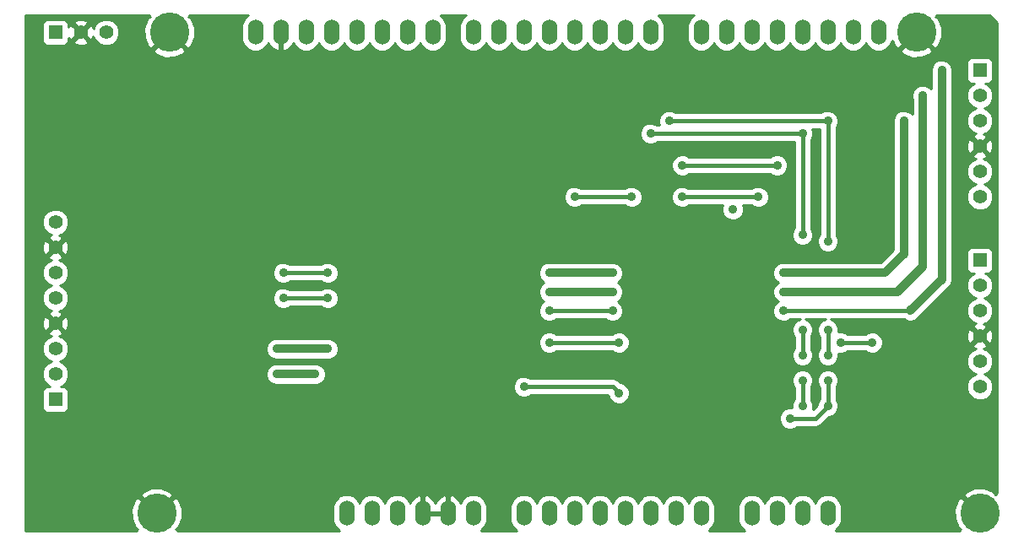
<source format=gbl>
G04 (created by PCBNEW-RS274X (2011-oct-27)-testing) date Wed 04 Jan 2012 07:42:13 AM EST*
G01*
G70*
G90*
%MOIN*%
G04 Gerber Fmt 3.4, Leading zero omitted, Abs format*
%FSLAX34Y34*%
G04 APERTURE LIST*
%ADD10C,0.006000*%
%ADD11O,0.060000X0.100000*%
%ADD12C,0.155000*%
%ADD13R,0.055000X0.055000*%
%ADD14C,0.055000*%
%ADD15C,0.035000*%
%ADD16C,0.016000*%
%ADD17C,0.032000*%
%ADD18C,0.010000*%
G04 APERTURE END LIST*
G54D10*
G54D11*
X46000Y-31000D03*
X47000Y-31000D03*
X48000Y-31000D03*
X49000Y-31000D03*
X50000Y-31000D03*
X51000Y-31000D03*
X52000Y-31000D03*
X53000Y-31000D03*
X48000Y-50000D03*
X46000Y-50000D03*
X45000Y-50000D03*
X49000Y-50000D03*
X50000Y-50000D03*
X51000Y-50000D03*
X44000Y-50000D03*
X43000Y-50000D03*
X42000Y-50000D03*
X39000Y-50000D03*
X40000Y-50000D03*
X41000Y-50000D03*
X37000Y-50000D03*
X36000Y-50000D03*
X35000Y-50000D03*
X33000Y-50000D03*
X32000Y-50000D03*
X44000Y-31000D03*
X43000Y-31000D03*
X42000Y-31000D03*
X41000Y-31000D03*
X40000Y-31000D03*
X39000Y-31000D03*
X38000Y-31000D03*
X37000Y-31000D03*
X35400Y-31000D03*
X34400Y-31000D03*
X33400Y-31000D03*
X32400Y-31000D03*
X31400Y-31000D03*
X30400Y-31000D03*
X29400Y-31000D03*
X28400Y-31000D03*
X34000Y-50000D03*
G54D12*
X57000Y-50000D03*
X54500Y-31000D03*
X25000Y-31000D03*
X24500Y-50000D03*
G54D13*
X20500Y-45500D03*
G54D14*
X20500Y-44500D03*
X20500Y-43500D03*
X20500Y-42500D03*
X20500Y-41500D03*
X20500Y-40500D03*
X20500Y-39500D03*
X20500Y-38500D03*
G54D13*
X57000Y-32500D03*
G54D14*
X57000Y-33500D03*
X57000Y-34500D03*
X57000Y-35500D03*
X57000Y-36500D03*
X57000Y-37500D03*
G54D13*
X57000Y-40000D03*
G54D14*
X57000Y-41000D03*
X57000Y-42000D03*
X57000Y-43000D03*
X57000Y-44000D03*
X57000Y-45000D03*
G54D13*
X20500Y-31000D03*
G54D14*
X21500Y-31000D03*
X22500Y-31000D03*
G54D15*
X47250Y-38000D03*
X40000Y-42000D03*
X42500Y-42000D03*
X49250Y-42000D03*
X55500Y-38750D03*
X55500Y-32500D03*
X29250Y-44500D03*
X30750Y-44500D03*
X40000Y-41250D03*
X42500Y-41250D03*
X49250Y-41250D03*
X54750Y-33500D03*
X54750Y-38750D03*
X31250Y-43500D03*
X40000Y-40500D03*
X42500Y-40500D03*
X49250Y-40500D03*
X29250Y-43500D03*
X54000Y-34500D03*
X54000Y-38750D03*
X41000Y-37500D03*
X43250Y-37500D03*
X45250Y-37500D03*
X48250Y-37500D03*
X45250Y-36250D03*
X49000Y-36250D03*
X39000Y-45000D03*
X42750Y-45250D03*
X52750Y-43250D03*
X42750Y-43250D03*
X40000Y-43250D03*
X51500Y-43250D03*
X44000Y-35000D03*
X31250Y-40500D03*
X29500Y-40500D03*
X50000Y-45750D03*
X50000Y-44750D03*
X50000Y-43750D03*
X50000Y-42750D03*
X50000Y-39000D03*
X50000Y-35000D03*
X49500Y-46250D03*
X44750Y-34500D03*
X29500Y-41500D03*
X31250Y-41500D03*
X51000Y-45750D03*
X51000Y-44750D03*
X51000Y-43750D03*
X51000Y-42750D03*
X51000Y-39250D03*
X51000Y-34500D03*
X48500Y-32750D03*
X48500Y-35500D03*
X47500Y-35500D03*
X47500Y-32750D03*
X47750Y-37000D03*
X46500Y-35750D03*
X46500Y-32750D03*
X46500Y-37000D03*
X44500Y-32750D03*
X41250Y-32750D03*
X52500Y-32750D03*
X51500Y-32750D03*
X49500Y-32750D03*
X28500Y-39500D03*
X25000Y-39250D03*
X25250Y-42500D03*
X29250Y-42500D03*
X31250Y-42500D03*
X53250Y-48000D03*
X50500Y-48750D03*
X50500Y-47500D03*
X49250Y-48750D03*
X44750Y-48000D03*
X44750Y-45750D03*
X48250Y-45750D03*
X48250Y-44250D03*
X43750Y-44250D03*
X43750Y-42750D03*
X48000Y-42500D03*
X48000Y-39500D03*
X43000Y-38500D03*
X36000Y-38500D03*
X32250Y-42500D03*
X35750Y-42250D03*
X39000Y-39000D03*
X39250Y-35000D03*
X36250Y-35000D03*
X34750Y-33000D03*
X27000Y-36500D03*
X25000Y-36500D03*
X22000Y-35250D03*
X22000Y-33250D03*
X25000Y-33250D03*
X28750Y-33250D03*
X32250Y-33000D03*
X32250Y-34500D03*
X31250Y-39500D03*
X29750Y-35250D03*
X29750Y-37250D03*
G54D16*
X54250Y-42000D02*
X49250Y-42000D01*
G54D17*
X55500Y-40750D02*
X54250Y-42000D01*
X55500Y-40750D02*
X55500Y-38750D01*
G54D16*
X42500Y-42000D02*
X40000Y-42000D01*
G54D17*
X55500Y-38750D02*
X55500Y-32500D01*
X54750Y-38750D02*
X54750Y-40250D01*
X29250Y-44500D02*
X30750Y-44500D01*
X42500Y-41250D02*
X40000Y-41250D01*
X53750Y-41250D02*
X49250Y-41250D01*
X54750Y-40250D02*
X53750Y-41250D01*
X54750Y-38750D02*
X54750Y-33500D01*
X42500Y-40500D02*
X40000Y-40500D01*
X53250Y-40500D02*
X49250Y-40500D01*
X54000Y-39750D02*
X53250Y-40500D01*
X54000Y-39750D02*
X54000Y-38750D01*
X29250Y-43500D02*
X31250Y-43500D01*
X54000Y-38750D02*
X54000Y-34500D01*
G54D16*
X43250Y-37500D02*
X41000Y-37500D01*
X48250Y-37500D02*
X45250Y-37500D01*
X49000Y-36250D02*
X45250Y-36250D01*
X42500Y-45000D02*
X39000Y-45000D01*
X42750Y-45250D02*
X42500Y-45000D01*
X42750Y-43250D02*
X40000Y-43250D01*
X51500Y-43250D02*
X52750Y-43250D01*
X44000Y-35000D02*
X50000Y-35000D01*
X29500Y-40500D02*
X31250Y-40500D01*
X50000Y-45750D02*
X50000Y-44750D01*
X50000Y-43750D02*
X50000Y-42750D01*
X50000Y-39000D02*
X50000Y-35000D01*
X50500Y-46250D02*
X51000Y-45750D01*
X49500Y-46250D02*
X50500Y-46250D01*
X51000Y-34500D02*
X44750Y-34500D01*
X29500Y-41500D02*
X31250Y-41500D01*
X51000Y-45750D02*
X51000Y-44750D01*
X51000Y-43750D02*
X51000Y-42750D01*
X51000Y-39250D02*
X51000Y-34500D01*
X48500Y-32750D02*
X49500Y-32750D01*
X39250Y-35000D02*
X39250Y-34750D01*
X44500Y-32750D02*
X46500Y-32750D01*
X39250Y-34750D02*
X41250Y-32750D01*
X46500Y-32750D02*
X47500Y-32750D01*
X48500Y-32750D02*
X47500Y-32750D01*
X51500Y-32750D02*
X52500Y-32750D01*
X25000Y-36500D02*
X25000Y-39250D01*
X31250Y-42500D02*
X29250Y-42500D01*
X51250Y-48000D02*
X53250Y-48000D01*
X50500Y-48750D02*
X51250Y-48000D01*
X49250Y-48750D02*
X50500Y-47500D01*
X44750Y-45750D02*
X44750Y-48000D01*
X48250Y-44250D02*
X48250Y-45750D01*
X43750Y-42750D02*
X43750Y-44250D01*
X48000Y-39500D02*
X48000Y-42500D01*
X36000Y-38500D02*
X43000Y-38500D01*
X35500Y-42500D02*
X32250Y-42500D01*
X35750Y-42250D02*
X35500Y-42500D01*
X39000Y-35250D02*
X39000Y-39000D01*
X39250Y-35000D02*
X39000Y-35250D01*
X36250Y-34500D02*
X36250Y-35000D01*
X34750Y-33000D02*
X36250Y-34500D01*
X25000Y-36500D02*
X27000Y-36500D01*
X22000Y-33250D02*
X22000Y-35250D01*
X28750Y-33250D02*
X25000Y-33250D01*
X32250Y-34500D02*
X32250Y-33000D01*
G54D10*
G36*
X57675Y-49198D02*
X57668Y-49191D01*
X57618Y-49240D01*
X57561Y-49143D01*
X57525Y-49128D01*
X57525Y-45105D01*
X57525Y-44896D01*
X57445Y-44703D01*
X57298Y-44555D01*
X57164Y-44499D01*
X57297Y-44445D01*
X57445Y-44298D01*
X57525Y-44105D01*
X57525Y-43896D01*
X57525Y-42105D01*
X57525Y-41896D01*
X57445Y-41703D01*
X57298Y-41555D01*
X57164Y-41499D01*
X57297Y-41445D01*
X57445Y-41298D01*
X57525Y-41105D01*
X57525Y-40896D01*
X57525Y-37605D01*
X57525Y-37396D01*
X57445Y-37203D01*
X57298Y-37055D01*
X57164Y-36999D01*
X57297Y-36945D01*
X57445Y-36798D01*
X57525Y-36605D01*
X57525Y-36396D01*
X57525Y-34605D01*
X57525Y-34396D01*
X57445Y-34203D01*
X57298Y-34055D01*
X57164Y-33999D01*
X57297Y-33945D01*
X57445Y-33798D01*
X57525Y-33605D01*
X57525Y-33396D01*
X57445Y-33203D01*
X57298Y-33055D01*
X57223Y-33024D01*
X57324Y-33024D01*
X57416Y-32986D01*
X57486Y-32916D01*
X57524Y-32825D01*
X57524Y-32726D01*
X57524Y-32176D01*
X57486Y-32084D01*
X57416Y-32014D01*
X57325Y-31976D01*
X57226Y-31976D01*
X56676Y-31976D01*
X56584Y-32014D01*
X56514Y-32084D01*
X56476Y-32175D01*
X56476Y-32274D01*
X56476Y-32824D01*
X56514Y-32916D01*
X56584Y-32986D01*
X56675Y-33024D01*
X56774Y-33024D01*
X56703Y-33055D01*
X56555Y-33202D01*
X56475Y-33395D01*
X56475Y-33604D01*
X56555Y-33797D01*
X56702Y-33945D01*
X56835Y-34000D01*
X56703Y-34055D01*
X56555Y-34202D01*
X56475Y-34395D01*
X56475Y-34604D01*
X56555Y-34797D01*
X56702Y-34945D01*
X56842Y-35003D01*
X56733Y-35048D01*
X56710Y-35139D01*
X57000Y-35429D01*
X57290Y-35139D01*
X57267Y-35048D01*
X57148Y-35006D01*
X57297Y-34945D01*
X57445Y-34798D01*
X57525Y-34605D01*
X57525Y-36396D01*
X57519Y-36381D01*
X57519Y-35574D01*
X57508Y-35370D01*
X57452Y-35233D01*
X57361Y-35210D01*
X57071Y-35500D01*
X57361Y-35790D01*
X57452Y-35767D01*
X57519Y-35574D01*
X57519Y-36381D01*
X57445Y-36203D01*
X57298Y-36055D01*
X57157Y-35996D01*
X57267Y-35952D01*
X57290Y-35861D01*
X57000Y-35571D01*
X56929Y-35642D01*
X56929Y-35500D01*
X56639Y-35210D01*
X56548Y-35233D01*
X56481Y-35426D01*
X56492Y-35630D01*
X56548Y-35767D01*
X56639Y-35790D01*
X56929Y-35500D01*
X56929Y-35642D01*
X56710Y-35861D01*
X56733Y-35952D01*
X56851Y-35993D01*
X56703Y-36055D01*
X56555Y-36202D01*
X56475Y-36395D01*
X56475Y-36604D01*
X56555Y-36797D01*
X56702Y-36945D01*
X56835Y-37000D01*
X56703Y-37055D01*
X56555Y-37202D01*
X56475Y-37395D01*
X56475Y-37604D01*
X56555Y-37797D01*
X56702Y-37945D01*
X56895Y-38025D01*
X57104Y-38025D01*
X57297Y-37945D01*
X57445Y-37798D01*
X57525Y-37605D01*
X57525Y-40896D01*
X57445Y-40703D01*
X57298Y-40555D01*
X57223Y-40524D01*
X57324Y-40524D01*
X57416Y-40486D01*
X57486Y-40416D01*
X57524Y-40325D01*
X57524Y-40226D01*
X57524Y-39676D01*
X57486Y-39584D01*
X57416Y-39514D01*
X57325Y-39476D01*
X57226Y-39476D01*
X56676Y-39476D01*
X56584Y-39514D01*
X56514Y-39584D01*
X56476Y-39675D01*
X56476Y-39774D01*
X56476Y-40324D01*
X56514Y-40416D01*
X56584Y-40486D01*
X56675Y-40524D01*
X56774Y-40524D01*
X56703Y-40555D01*
X56555Y-40702D01*
X56475Y-40895D01*
X56475Y-41104D01*
X56555Y-41297D01*
X56702Y-41445D01*
X56835Y-41500D01*
X56703Y-41555D01*
X56555Y-41702D01*
X56475Y-41895D01*
X56475Y-42104D01*
X56555Y-42297D01*
X56702Y-42445D01*
X56842Y-42503D01*
X56733Y-42548D01*
X56710Y-42639D01*
X57000Y-42929D01*
X57290Y-42639D01*
X57267Y-42548D01*
X57148Y-42506D01*
X57297Y-42445D01*
X57445Y-42298D01*
X57525Y-42105D01*
X57525Y-43896D01*
X57519Y-43881D01*
X57519Y-43074D01*
X57508Y-42870D01*
X57452Y-42733D01*
X57361Y-42710D01*
X57071Y-43000D01*
X57361Y-43290D01*
X57452Y-43267D01*
X57519Y-43074D01*
X57519Y-43881D01*
X57445Y-43703D01*
X57298Y-43555D01*
X57157Y-43496D01*
X57267Y-43452D01*
X57290Y-43361D01*
X57000Y-43071D01*
X56929Y-43142D01*
X56929Y-43000D01*
X56639Y-42710D01*
X56548Y-42733D01*
X56481Y-42926D01*
X56492Y-43130D01*
X56548Y-43267D01*
X56639Y-43290D01*
X56929Y-43000D01*
X56929Y-43142D01*
X56710Y-43361D01*
X56733Y-43452D01*
X56851Y-43493D01*
X56703Y-43555D01*
X56555Y-43702D01*
X56475Y-43895D01*
X56475Y-44104D01*
X56555Y-44297D01*
X56702Y-44445D01*
X56835Y-44500D01*
X56703Y-44555D01*
X56555Y-44702D01*
X56475Y-44895D01*
X56475Y-45104D01*
X56555Y-45297D01*
X56702Y-45445D01*
X56895Y-45525D01*
X57104Y-45525D01*
X57297Y-45445D01*
X57445Y-45298D01*
X57525Y-45105D01*
X57525Y-49128D01*
X57191Y-48993D01*
X56791Y-48997D01*
X56439Y-49143D01*
X56356Y-49285D01*
X56965Y-49894D01*
X57000Y-49929D01*
X57071Y-50000D01*
X57000Y-50071D01*
X56929Y-50000D01*
X56894Y-49965D01*
X56285Y-49356D01*
X56143Y-49439D01*
X55993Y-49809D01*
X55997Y-50209D01*
X56143Y-50561D01*
X56240Y-50618D01*
X56191Y-50668D01*
X56198Y-50675D01*
X55925Y-50675D01*
X55925Y-38835D01*
X55925Y-38666D01*
X55910Y-38629D01*
X55910Y-32621D01*
X55925Y-32585D01*
X55925Y-32416D01*
X55861Y-32260D01*
X55741Y-32140D01*
X55585Y-32075D01*
X55507Y-32075D01*
X55416Y-32075D01*
X55260Y-32139D01*
X55144Y-32255D01*
X55144Y-31715D01*
X54500Y-31071D01*
X53856Y-31715D01*
X53939Y-31857D01*
X54309Y-32007D01*
X54709Y-32003D01*
X55061Y-31857D01*
X55144Y-31715D01*
X55144Y-32255D01*
X55140Y-32259D01*
X55075Y-32415D01*
X55075Y-32584D01*
X55090Y-32620D01*
X55090Y-33239D01*
X54991Y-33140D01*
X54835Y-33075D01*
X54666Y-33075D01*
X54510Y-33139D01*
X54390Y-33259D01*
X54325Y-33415D01*
X54325Y-33584D01*
X54340Y-33620D01*
X54340Y-34239D01*
X54241Y-34140D01*
X54085Y-34075D01*
X53916Y-34075D01*
X53760Y-34139D01*
X53640Y-34259D01*
X53575Y-34415D01*
X53575Y-34584D01*
X53590Y-34620D01*
X53590Y-38629D01*
X53575Y-38665D01*
X53575Y-38834D01*
X53590Y-38870D01*
X53590Y-39580D01*
X53080Y-40090D01*
X51425Y-40090D01*
X51425Y-39335D01*
X51425Y-39166D01*
X51361Y-39010D01*
X51330Y-38979D01*
X51330Y-34771D01*
X51360Y-34741D01*
X51425Y-34585D01*
X51425Y-34416D01*
X51361Y-34260D01*
X51241Y-34140D01*
X51085Y-34075D01*
X50916Y-34075D01*
X50760Y-34139D01*
X50729Y-34170D01*
X45021Y-34170D01*
X44991Y-34140D01*
X44835Y-34075D01*
X44666Y-34075D01*
X44510Y-34139D01*
X44390Y-34259D01*
X44325Y-34415D01*
X44325Y-34584D01*
X44360Y-34670D01*
X44271Y-34670D01*
X44241Y-34640D01*
X44085Y-34575D01*
X43916Y-34575D01*
X43760Y-34639D01*
X43640Y-34759D01*
X43575Y-34915D01*
X43575Y-35084D01*
X43639Y-35240D01*
X43759Y-35360D01*
X43915Y-35425D01*
X44084Y-35425D01*
X44240Y-35361D01*
X44271Y-35330D01*
X49670Y-35330D01*
X49670Y-38729D01*
X49640Y-38759D01*
X49575Y-38915D01*
X49575Y-39084D01*
X49639Y-39240D01*
X49759Y-39360D01*
X49915Y-39425D01*
X50084Y-39425D01*
X50240Y-39361D01*
X50360Y-39241D01*
X50425Y-39085D01*
X50425Y-38916D01*
X50361Y-38760D01*
X50330Y-38729D01*
X50330Y-35271D01*
X50360Y-35241D01*
X50425Y-35085D01*
X50425Y-34916D01*
X50389Y-34830D01*
X50670Y-34830D01*
X50670Y-38979D01*
X50640Y-39009D01*
X50575Y-39165D01*
X50575Y-39334D01*
X50639Y-39490D01*
X50759Y-39610D01*
X50915Y-39675D01*
X51084Y-39675D01*
X51240Y-39611D01*
X51360Y-39491D01*
X51425Y-39335D01*
X51425Y-40090D01*
X49425Y-40090D01*
X49425Y-36335D01*
X49425Y-36166D01*
X49361Y-36010D01*
X49241Y-35890D01*
X49085Y-35825D01*
X48916Y-35825D01*
X48760Y-35889D01*
X48729Y-35920D01*
X45521Y-35920D01*
X45491Y-35890D01*
X45335Y-35825D01*
X45166Y-35825D01*
X45010Y-35889D01*
X44890Y-36009D01*
X44825Y-36165D01*
X44825Y-36334D01*
X44889Y-36490D01*
X45009Y-36610D01*
X45165Y-36675D01*
X45334Y-36675D01*
X45490Y-36611D01*
X45521Y-36580D01*
X48729Y-36580D01*
X48759Y-36610D01*
X48915Y-36675D01*
X49084Y-36675D01*
X49240Y-36611D01*
X49360Y-36491D01*
X49425Y-36335D01*
X49425Y-40090D01*
X49371Y-40090D01*
X49335Y-40075D01*
X49166Y-40075D01*
X49010Y-40139D01*
X48890Y-40259D01*
X48825Y-40415D01*
X48825Y-40584D01*
X48889Y-40740D01*
X49009Y-40860D01*
X49044Y-40874D01*
X49010Y-40889D01*
X48890Y-41009D01*
X48825Y-41165D01*
X48825Y-41334D01*
X48889Y-41490D01*
X49009Y-41610D01*
X49044Y-41624D01*
X49010Y-41639D01*
X48890Y-41759D01*
X48825Y-41915D01*
X48825Y-42084D01*
X48889Y-42240D01*
X49009Y-42360D01*
X49165Y-42425D01*
X49334Y-42425D01*
X49490Y-42361D01*
X49521Y-42330D01*
X49903Y-42330D01*
X49760Y-42389D01*
X49640Y-42509D01*
X49575Y-42665D01*
X49575Y-42834D01*
X49639Y-42990D01*
X49670Y-43021D01*
X49670Y-43479D01*
X49640Y-43509D01*
X49575Y-43665D01*
X49575Y-43834D01*
X49639Y-43990D01*
X49759Y-44110D01*
X49915Y-44175D01*
X50084Y-44175D01*
X50240Y-44111D01*
X50360Y-43991D01*
X50425Y-43835D01*
X50425Y-43666D01*
X50361Y-43510D01*
X50330Y-43479D01*
X50330Y-43021D01*
X50360Y-42991D01*
X50425Y-42835D01*
X50425Y-42666D01*
X50361Y-42510D01*
X50241Y-42390D01*
X50097Y-42330D01*
X50903Y-42330D01*
X50760Y-42389D01*
X50640Y-42509D01*
X50575Y-42665D01*
X50575Y-42834D01*
X50639Y-42990D01*
X50670Y-43021D01*
X50670Y-43479D01*
X50640Y-43509D01*
X50575Y-43665D01*
X50575Y-43834D01*
X50639Y-43990D01*
X50759Y-44110D01*
X50915Y-44175D01*
X51084Y-44175D01*
X51240Y-44111D01*
X51360Y-43991D01*
X51425Y-43835D01*
X51425Y-43675D01*
X51584Y-43675D01*
X51740Y-43611D01*
X51771Y-43580D01*
X52479Y-43580D01*
X52509Y-43610D01*
X52665Y-43675D01*
X52834Y-43675D01*
X52990Y-43611D01*
X53110Y-43491D01*
X53175Y-43335D01*
X53175Y-43166D01*
X53111Y-43010D01*
X52991Y-42890D01*
X52835Y-42825D01*
X52666Y-42825D01*
X52510Y-42889D01*
X52479Y-42920D01*
X51771Y-42920D01*
X51741Y-42890D01*
X51585Y-42825D01*
X51425Y-42825D01*
X51425Y-42666D01*
X51361Y-42510D01*
X51241Y-42390D01*
X51097Y-42330D01*
X54019Y-42330D01*
X54093Y-42379D01*
X54250Y-42410D01*
X54407Y-42379D01*
X54540Y-42290D01*
X55786Y-41042D01*
X55789Y-41040D01*
X55790Y-41040D01*
X55878Y-40908D01*
X55879Y-40907D01*
X55903Y-40782D01*
X55910Y-40751D01*
X55909Y-40750D01*
X55910Y-40750D01*
X55910Y-38871D01*
X55925Y-38835D01*
X55925Y-50675D01*
X51298Y-50675D01*
X51306Y-50672D01*
X51457Y-50520D01*
X51540Y-50322D01*
X51540Y-50107D01*
X51540Y-49679D01*
X51458Y-49480D01*
X51425Y-49447D01*
X51425Y-45835D01*
X51425Y-45666D01*
X51361Y-45510D01*
X51330Y-45479D01*
X51330Y-45021D01*
X51360Y-44991D01*
X51425Y-44835D01*
X51425Y-44666D01*
X51361Y-44510D01*
X51241Y-44390D01*
X51085Y-44325D01*
X50916Y-44325D01*
X50760Y-44389D01*
X50640Y-44509D01*
X50575Y-44665D01*
X50575Y-44834D01*
X50639Y-44990D01*
X50670Y-45021D01*
X50670Y-45479D01*
X50640Y-45509D01*
X50575Y-45665D01*
X50575Y-45709D01*
X50407Y-45876D01*
X50425Y-45835D01*
X50425Y-45666D01*
X50361Y-45510D01*
X50330Y-45479D01*
X50330Y-45021D01*
X50360Y-44991D01*
X50425Y-44835D01*
X50425Y-44666D01*
X50361Y-44510D01*
X50241Y-44390D01*
X50085Y-44325D01*
X49916Y-44325D01*
X49760Y-44389D01*
X49640Y-44509D01*
X49575Y-44665D01*
X49575Y-44834D01*
X49639Y-44990D01*
X49670Y-45021D01*
X49670Y-45479D01*
X49640Y-45509D01*
X49575Y-45665D01*
X49575Y-45825D01*
X49416Y-45825D01*
X49260Y-45889D01*
X49140Y-46009D01*
X49075Y-46165D01*
X49075Y-46334D01*
X49139Y-46490D01*
X49259Y-46610D01*
X49415Y-46675D01*
X49584Y-46675D01*
X49740Y-46611D01*
X49771Y-46580D01*
X50500Y-46580D01*
X50626Y-46555D01*
X50627Y-46555D01*
X50733Y-46483D01*
X51041Y-46175D01*
X51084Y-46175D01*
X51240Y-46111D01*
X51360Y-45991D01*
X51425Y-45835D01*
X51425Y-49447D01*
X51306Y-49329D01*
X51108Y-49246D01*
X50893Y-49246D01*
X50694Y-49328D01*
X50543Y-49480D01*
X50500Y-49582D01*
X50458Y-49480D01*
X50306Y-49329D01*
X50108Y-49246D01*
X49893Y-49246D01*
X49694Y-49328D01*
X49543Y-49480D01*
X49500Y-49582D01*
X49458Y-49480D01*
X49306Y-49329D01*
X49108Y-49246D01*
X48893Y-49246D01*
X48694Y-49328D01*
X48675Y-49347D01*
X48675Y-37585D01*
X48675Y-37416D01*
X48611Y-37260D01*
X48491Y-37140D01*
X48335Y-37075D01*
X48166Y-37075D01*
X48010Y-37139D01*
X47979Y-37170D01*
X45521Y-37170D01*
X45491Y-37140D01*
X45335Y-37075D01*
X45166Y-37075D01*
X45010Y-37139D01*
X44890Y-37259D01*
X44825Y-37415D01*
X44825Y-37584D01*
X44889Y-37740D01*
X45009Y-37860D01*
X45165Y-37925D01*
X45334Y-37925D01*
X45490Y-37861D01*
X45521Y-37830D01*
X46860Y-37830D01*
X46825Y-37915D01*
X46825Y-38084D01*
X46889Y-38240D01*
X47009Y-38360D01*
X47165Y-38425D01*
X47334Y-38425D01*
X47490Y-38361D01*
X47610Y-38241D01*
X47675Y-38085D01*
X47675Y-37916D01*
X47639Y-37830D01*
X47979Y-37830D01*
X48009Y-37860D01*
X48165Y-37925D01*
X48334Y-37925D01*
X48490Y-37861D01*
X48610Y-37741D01*
X48675Y-37585D01*
X48675Y-49347D01*
X48543Y-49480D01*
X48500Y-49582D01*
X48458Y-49480D01*
X48306Y-49329D01*
X48108Y-49246D01*
X47893Y-49246D01*
X47694Y-49328D01*
X47543Y-49480D01*
X47460Y-49678D01*
X47460Y-49893D01*
X47460Y-50321D01*
X47542Y-50520D01*
X47694Y-50671D01*
X47703Y-50675D01*
X46298Y-50675D01*
X46306Y-50672D01*
X46457Y-50520D01*
X46540Y-50322D01*
X46540Y-50107D01*
X46540Y-49679D01*
X46458Y-49480D01*
X46306Y-49329D01*
X46108Y-49246D01*
X45893Y-49246D01*
X45694Y-49328D01*
X45543Y-49480D01*
X45500Y-49582D01*
X45458Y-49480D01*
X45306Y-49329D01*
X45108Y-49246D01*
X44893Y-49246D01*
X44694Y-49328D01*
X44543Y-49480D01*
X44500Y-49582D01*
X44458Y-49480D01*
X44306Y-49329D01*
X44108Y-49246D01*
X43893Y-49246D01*
X43694Y-49328D01*
X43675Y-49347D01*
X43675Y-37585D01*
X43675Y-37416D01*
X43611Y-37260D01*
X43491Y-37140D01*
X43335Y-37075D01*
X43166Y-37075D01*
X43010Y-37139D01*
X42979Y-37170D01*
X41271Y-37170D01*
X41241Y-37140D01*
X41085Y-37075D01*
X40916Y-37075D01*
X40760Y-37139D01*
X40640Y-37259D01*
X40575Y-37415D01*
X40575Y-37584D01*
X40639Y-37740D01*
X40759Y-37860D01*
X40915Y-37925D01*
X41084Y-37925D01*
X41240Y-37861D01*
X41271Y-37830D01*
X42979Y-37830D01*
X43009Y-37860D01*
X43165Y-37925D01*
X43334Y-37925D01*
X43490Y-37861D01*
X43610Y-37741D01*
X43675Y-37585D01*
X43675Y-49347D01*
X43543Y-49480D01*
X43500Y-49582D01*
X43458Y-49480D01*
X43306Y-49329D01*
X43175Y-49274D01*
X43175Y-45335D01*
X43175Y-45166D01*
X43175Y-43335D01*
X43175Y-43166D01*
X43111Y-43010D01*
X42991Y-42890D01*
X42925Y-42862D01*
X42925Y-42085D01*
X42925Y-41916D01*
X42861Y-41760D01*
X42741Y-41640D01*
X42705Y-41625D01*
X42740Y-41611D01*
X42860Y-41491D01*
X42925Y-41335D01*
X42925Y-41166D01*
X42861Y-41010D01*
X42741Y-40890D01*
X42705Y-40875D01*
X42740Y-40861D01*
X42860Y-40741D01*
X42925Y-40585D01*
X42925Y-40416D01*
X42861Y-40260D01*
X42741Y-40140D01*
X42585Y-40075D01*
X42416Y-40075D01*
X42379Y-40090D01*
X40121Y-40090D01*
X40085Y-40075D01*
X39916Y-40075D01*
X39760Y-40139D01*
X39640Y-40259D01*
X39575Y-40415D01*
X39575Y-40584D01*
X39639Y-40740D01*
X39759Y-40860D01*
X39794Y-40874D01*
X39760Y-40889D01*
X39640Y-41009D01*
X39575Y-41165D01*
X39575Y-41334D01*
X39639Y-41490D01*
X39759Y-41610D01*
X39794Y-41624D01*
X39760Y-41639D01*
X39640Y-41759D01*
X39575Y-41915D01*
X39575Y-42084D01*
X39639Y-42240D01*
X39759Y-42360D01*
X39915Y-42425D01*
X40084Y-42425D01*
X40240Y-42361D01*
X40271Y-42330D01*
X42229Y-42330D01*
X42259Y-42360D01*
X42415Y-42425D01*
X42584Y-42425D01*
X42740Y-42361D01*
X42860Y-42241D01*
X42925Y-42085D01*
X42925Y-42862D01*
X42835Y-42825D01*
X42666Y-42825D01*
X42510Y-42889D01*
X42479Y-42920D01*
X40271Y-42920D01*
X40241Y-42890D01*
X40085Y-42825D01*
X39916Y-42825D01*
X39760Y-42889D01*
X39640Y-43009D01*
X39575Y-43165D01*
X39575Y-43334D01*
X39639Y-43490D01*
X39759Y-43610D01*
X39915Y-43675D01*
X40084Y-43675D01*
X40240Y-43611D01*
X40271Y-43580D01*
X42479Y-43580D01*
X42509Y-43610D01*
X42665Y-43675D01*
X42834Y-43675D01*
X42990Y-43611D01*
X43110Y-43491D01*
X43175Y-43335D01*
X43175Y-45166D01*
X43111Y-45010D01*
X42991Y-44890D01*
X42835Y-44825D01*
X42791Y-44825D01*
X42733Y-44767D01*
X42627Y-44695D01*
X42500Y-44670D01*
X39271Y-44670D01*
X39241Y-44640D01*
X39085Y-44575D01*
X38916Y-44575D01*
X38760Y-44639D01*
X38640Y-44759D01*
X38575Y-44915D01*
X38575Y-45084D01*
X38639Y-45240D01*
X38759Y-45360D01*
X38915Y-45425D01*
X39084Y-45425D01*
X39240Y-45361D01*
X39271Y-45330D01*
X42325Y-45330D01*
X42325Y-45334D01*
X42389Y-45490D01*
X42509Y-45610D01*
X42665Y-45675D01*
X42834Y-45675D01*
X42990Y-45611D01*
X43110Y-45491D01*
X43175Y-45335D01*
X43175Y-49274D01*
X43108Y-49246D01*
X42893Y-49246D01*
X42694Y-49328D01*
X42543Y-49480D01*
X42500Y-49582D01*
X42458Y-49480D01*
X42306Y-49329D01*
X42108Y-49246D01*
X41893Y-49246D01*
X41694Y-49328D01*
X41543Y-49480D01*
X41500Y-49582D01*
X41458Y-49480D01*
X41306Y-49329D01*
X41108Y-49246D01*
X40893Y-49246D01*
X40694Y-49328D01*
X40543Y-49480D01*
X40500Y-49582D01*
X40458Y-49480D01*
X40306Y-49329D01*
X40108Y-49246D01*
X39893Y-49246D01*
X39694Y-49328D01*
X39543Y-49480D01*
X39500Y-49582D01*
X39458Y-49480D01*
X39306Y-49329D01*
X39108Y-49246D01*
X38893Y-49246D01*
X38694Y-49328D01*
X38543Y-49480D01*
X38460Y-49678D01*
X38460Y-49893D01*
X38460Y-50321D01*
X38542Y-50520D01*
X38694Y-50671D01*
X38703Y-50675D01*
X37298Y-50675D01*
X37306Y-50672D01*
X37457Y-50520D01*
X37540Y-50322D01*
X37540Y-50107D01*
X37540Y-49679D01*
X37458Y-49480D01*
X37306Y-49329D01*
X37108Y-49246D01*
X36893Y-49246D01*
X36694Y-49328D01*
X36543Y-49480D01*
X36500Y-49581D01*
X36489Y-49543D01*
X36353Y-49375D01*
X36163Y-49272D01*
X36135Y-49268D01*
X36050Y-49315D01*
X36050Y-49900D01*
X36050Y-49950D01*
X36050Y-50050D01*
X35950Y-50050D01*
X35950Y-49950D01*
X35950Y-49315D01*
X35865Y-49268D01*
X35837Y-49272D01*
X35647Y-49375D01*
X35511Y-49543D01*
X35500Y-49580D01*
X35489Y-49543D01*
X35353Y-49375D01*
X35163Y-49272D01*
X35135Y-49268D01*
X35050Y-49315D01*
X35050Y-49950D01*
X35450Y-49950D01*
X35550Y-49950D01*
X35950Y-49950D01*
X35950Y-50050D01*
X35900Y-50050D01*
X35550Y-50050D01*
X35450Y-50050D01*
X35100Y-50050D01*
X35050Y-50050D01*
X34950Y-50050D01*
X34950Y-49950D01*
X34950Y-49900D01*
X34950Y-49315D01*
X34865Y-49268D01*
X34837Y-49272D01*
X34647Y-49375D01*
X34511Y-49543D01*
X34499Y-49581D01*
X34458Y-49480D01*
X34306Y-49329D01*
X34108Y-49246D01*
X33893Y-49246D01*
X33694Y-49328D01*
X33543Y-49480D01*
X33500Y-49582D01*
X33458Y-49480D01*
X33306Y-49329D01*
X33108Y-49246D01*
X32893Y-49246D01*
X32694Y-49328D01*
X32543Y-49480D01*
X32500Y-49582D01*
X32458Y-49480D01*
X32306Y-49329D01*
X32108Y-49246D01*
X31893Y-49246D01*
X31694Y-49328D01*
X31675Y-49347D01*
X31675Y-43585D01*
X31675Y-43416D01*
X31675Y-41585D01*
X31675Y-41416D01*
X31675Y-40585D01*
X31675Y-40416D01*
X31611Y-40260D01*
X31491Y-40140D01*
X31335Y-40075D01*
X31166Y-40075D01*
X31010Y-40139D01*
X30979Y-40170D01*
X29771Y-40170D01*
X29741Y-40140D01*
X29585Y-40075D01*
X29416Y-40075D01*
X29260Y-40139D01*
X29140Y-40259D01*
X29075Y-40415D01*
X29075Y-40584D01*
X29139Y-40740D01*
X29259Y-40860D01*
X29415Y-40925D01*
X29584Y-40925D01*
X29740Y-40861D01*
X29771Y-40830D01*
X30979Y-40830D01*
X31009Y-40860D01*
X31165Y-40925D01*
X31334Y-40925D01*
X31490Y-40861D01*
X31610Y-40741D01*
X31675Y-40585D01*
X31675Y-41416D01*
X31611Y-41260D01*
X31491Y-41140D01*
X31335Y-41075D01*
X31166Y-41075D01*
X31010Y-41139D01*
X30979Y-41170D01*
X29771Y-41170D01*
X29741Y-41140D01*
X29585Y-41075D01*
X29416Y-41075D01*
X29260Y-41139D01*
X29140Y-41259D01*
X29075Y-41415D01*
X29075Y-41584D01*
X29139Y-41740D01*
X29259Y-41860D01*
X29415Y-41925D01*
X29584Y-41925D01*
X29740Y-41861D01*
X29771Y-41830D01*
X30979Y-41830D01*
X31009Y-41860D01*
X31165Y-41925D01*
X31334Y-41925D01*
X31490Y-41861D01*
X31610Y-41741D01*
X31675Y-41585D01*
X31675Y-43416D01*
X31611Y-43260D01*
X31491Y-43140D01*
X31335Y-43075D01*
X31166Y-43075D01*
X31129Y-43090D01*
X29371Y-43090D01*
X29335Y-43075D01*
X29166Y-43075D01*
X29010Y-43139D01*
X28890Y-43259D01*
X28825Y-43415D01*
X28825Y-43584D01*
X28889Y-43740D01*
X29009Y-43860D01*
X29165Y-43925D01*
X29334Y-43925D01*
X29370Y-43910D01*
X31129Y-43910D01*
X31165Y-43925D01*
X31334Y-43925D01*
X31490Y-43861D01*
X31610Y-43741D01*
X31675Y-43585D01*
X31675Y-49347D01*
X31543Y-49480D01*
X31460Y-49678D01*
X31460Y-49893D01*
X31460Y-50321D01*
X31542Y-50520D01*
X31694Y-50671D01*
X31703Y-50675D01*
X31175Y-50675D01*
X31175Y-44585D01*
X31175Y-44416D01*
X31111Y-44260D01*
X30991Y-44140D01*
X30835Y-44075D01*
X30666Y-44075D01*
X30629Y-44090D01*
X29371Y-44090D01*
X29335Y-44075D01*
X29166Y-44075D01*
X29010Y-44139D01*
X28890Y-44259D01*
X28825Y-44415D01*
X28825Y-44584D01*
X28889Y-44740D01*
X29009Y-44860D01*
X29165Y-44925D01*
X29334Y-44925D01*
X29370Y-44910D01*
X30629Y-44910D01*
X30665Y-44925D01*
X30834Y-44925D01*
X30990Y-44861D01*
X31110Y-44741D01*
X31175Y-44585D01*
X31175Y-50675D01*
X26007Y-50675D01*
X25644Y-50675D01*
X25644Y-31715D01*
X25000Y-31071D01*
X24929Y-31142D01*
X24356Y-31715D01*
X24439Y-31857D01*
X24809Y-32007D01*
X25209Y-32003D01*
X25561Y-31857D01*
X25644Y-31715D01*
X25644Y-50675D01*
X25507Y-50675D01*
X25302Y-50675D01*
X25309Y-50668D01*
X25259Y-50618D01*
X25357Y-50561D01*
X25507Y-50191D01*
X25503Y-49791D01*
X25357Y-49439D01*
X25215Y-49356D01*
X25144Y-49427D01*
X25144Y-49285D01*
X25061Y-49143D01*
X24691Y-48993D01*
X24291Y-48997D01*
X23939Y-49143D01*
X23856Y-49285D01*
X24500Y-49929D01*
X25144Y-49285D01*
X25144Y-49427D01*
X24606Y-49965D01*
X24571Y-50000D01*
X24500Y-50071D01*
X24429Y-50000D01*
X24394Y-49965D01*
X23785Y-49356D01*
X23643Y-49439D01*
X23493Y-49809D01*
X23497Y-50209D01*
X23643Y-50561D01*
X23740Y-50618D01*
X23691Y-50668D01*
X23698Y-50675D01*
X23025Y-50675D01*
X23025Y-31105D01*
X23025Y-30896D01*
X22945Y-30703D01*
X22798Y-30555D01*
X22605Y-30475D01*
X22396Y-30475D01*
X22203Y-30555D01*
X22055Y-30702D01*
X21996Y-30842D01*
X21952Y-30733D01*
X21861Y-30710D01*
X21790Y-30781D01*
X21790Y-30639D01*
X21767Y-30548D01*
X21574Y-30481D01*
X21370Y-30492D01*
X21233Y-30548D01*
X21210Y-30639D01*
X21500Y-30929D01*
X21790Y-30639D01*
X21790Y-30781D01*
X21571Y-31000D01*
X21861Y-31290D01*
X21952Y-31267D01*
X21993Y-31148D01*
X22055Y-31297D01*
X22202Y-31445D01*
X22395Y-31525D01*
X22604Y-31525D01*
X22797Y-31445D01*
X22945Y-31298D01*
X23025Y-31105D01*
X23025Y-50675D01*
X21790Y-50675D01*
X21790Y-31361D01*
X21500Y-31071D01*
X21429Y-31142D01*
X21429Y-31000D01*
X21139Y-30710D01*
X21048Y-30733D01*
X21024Y-30802D01*
X21024Y-30676D01*
X20986Y-30584D01*
X20916Y-30514D01*
X20825Y-30476D01*
X20726Y-30476D01*
X20176Y-30476D01*
X20084Y-30514D01*
X20014Y-30584D01*
X19976Y-30675D01*
X19976Y-30774D01*
X19976Y-31324D01*
X20014Y-31416D01*
X20084Y-31486D01*
X20175Y-31524D01*
X20274Y-31524D01*
X20824Y-31524D01*
X20916Y-31486D01*
X20986Y-31416D01*
X21024Y-31325D01*
X21024Y-31226D01*
X21024Y-31208D01*
X21048Y-31267D01*
X21139Y-31290D01*
X21429Y-31000D01*
X21429Y-31142D01*
X21210Y-31361D01*
X21233Y-31452D01*
X21426Y-31519D01*
X21630Y-31508D01*
X21767Y-31452D01*
X21790Y-31361D01*
X21790Y-50675D01*
X21025Y-50675D01*
X21025Y-44605D01*
X21025Y-44396D01*
X20945Y-44203D01*
X20798Y-44055D01*
X20664Y-43999D01*
X20797Y-43945D01*
X20945Y-43798D01*
X21025Y-43605D01*
X21025Y-43396D01*
X21025Y-41605D01*
X21025Y-41396D01*
X20945Y-41203D01*
X20798Y-41055D01*
X20664Y-40999D01*
X20797Y-40945D01*
X20945Y-40798D01*
X21025Y-40605D01*
X21025Y-40396D01*
X21025Y-38605D01*
X21025Y-38396D01*
X20945Y-38203D01*
X20798Y-38055D01*
X20605Y-37975D01*
X20396Y-37975D01*
X20203Y-38055D01*
X20055Y-38202D01*
X19975Y-38395D01*
X19975Y-38604D01*
X20055Y-38797D01*
X20202Y-38945D01*
X20342Y-39003D01*
X20233Y-39048D01*
X20210Y-39139D01*
X20500Y-39429D01*
X20790Y-39139D01*
X20767Y-39048D01*
X20648Y-39006D01*
X20797Y-38945D01*
X20945Y-38798D01*
X21025Y-38605D01*
X21025Y-40396D01*
X21019Y-40381D01*
X21019Y-39574D01*
X21008Y-39370D01*
X20952Y-39233D01*
X20861Y-39210D01*
X20571Y-39500D01*
X20861Y-39790D01*
X20952Y-39767D01*
X21019Y-39574D01*
X21019Y-40381D01*
X20945Y-40203D01*
X20798Y-40055D01*
X20657Y-39996D01*
X20767Y-39952D01*
X20790Y-39861D01*
X20500Y-39571D01*
X20429Y-39642D01*
X20429Y-39500D01*
X20139Y-39210D01*
X20048Y-39233D01*
X19981Y-39426D01*
X19992Y-39630D01*
X20048Y-39767D01*
X20139Y-39790D01*
X20429Y-39500D01*
X20429Y-39642D01*
X20210Y-39861D01*
X20233Y-39952D01*
X20351Y-39993D01*
X20203Y-40055D01*
X20055Y-40202D01*
X19975Y-40395D01*
X19975Y-40604D01*
X20055Y-40797D01*
X20202Y-40945D01*
X20335Y-41000D01*
X20203Y-41055D01*
X20055Y-41202D01*
X19975Y-41395D01*
X19975Y-41604D01*
X20055Y-41797D01*
X20202Y-41945D01*
X20342Y-42003D01*
X20233Y-42048D01*
X20210Y-42139D01*
X20500Y-42429D01*
X20790Y-42139D01*
X20767Y-42048D01*
X20648Y-42006D01*
X20797Y-41945D01*
X20945Y-41798D01*
X21025Y-41605D01*
X21025Y-43396D01*
X21019Y-43381D01*
X21019Y-42574D01*
X21008Y-42370D01*
X20952Y-42233D01*
X20861Y-42210D01*
X20571Y-42500D01*
X20861Y-42790D01*
X20952Y-42767D01*
X21019Y-42574D01*
X21019Y-43381D01*
X20945Y-43203D01*
X20798Y-43055D01*
X20657Y-42996D01*
X20767Y-42952D01*
X20790Y-42861D01*
X20500Y-42571D01*
X20429Y-42642D01*
X20429Y-42500D01*
X20139Y-42210D01*
X20048Y-42233D01*
X19981Y-42426D01*
X19992Y-42630D01*
X20048Y-42767D01*
X20139Y-42790D01*
X20429Y-42500D01*
X20429Y-42642D01*
X20210Y-42861D01*
X20233Y-42952D01*
X20351Y-42993D01*
X20203Y-43055D01*
X20055Y-43202D01*
X19975Y-43395D01*
X19975Y-43604D01*
X20055Y-43797D01*
X20202Y-43945D01*
X20335Y-44000D01*
X20203Y-44055D01*
X20055Y-44202D01*
X19975Y-44395D01*
X19975Y-44604D01*
X20055Y-44797D01*
X20202Y-44945D01*
X20276Y-44976D01*
X20176Y-44976D01*
X20084Y-45014D01*
X20014Y-45084D01*
X19976Y-45175D01*
X19976Y-45274D01*
X19976Y-45824D01*
X20014Y-45916D01*
X20084Y-45986D01*
X20175Y-46024D01*
X20274Y-46024D01*
X20824Y-46024D01*
X20916Y-45986D01*
X20986Y-45916D01*
X21024Y-45825D01*
X21024Y-45726D01*
X21024Y-45176D01*
X20986Y-45084D01*
X20916Y-45014D01*
X20825Y-44976D01*
X20726Y-44976D01*
X20722Y-44976D01*
X20797Y-44945D01*
X20945Y-44798D01*
X21025Y-44605D01*
X21025Y-50675D01*
X19325Y-50675D01*
X19325Y-30325D01*
X24198Y-30325D01*
X24191Y-30332D01*
X24240Y-30381D01*
X24143Y-30439D01*
X23993Y-30809D01*
X23997Y-31209D01*
X24143Y-31561D01*
X24285Y-31644D01*
X24894Y-31035D01*
X24929Y-31000D01*
X25000Y-30929D01*
X25071Y-31000D01*
X25106Y-31035D01*
X25715Y-31644D01*
X25857Y-31561D01*
X26007Y-31191D01*
X26003Y-30791D01*
X25857Y-30439D01*
X25759Y-30381D01*
X25809Y-30332D01*
X25802Y-30325D01*
X28101Y-30325D01*
X28094Y-30328D01*
X27943Y-30480D01*
X27860Y-30678D01*
X27860Y-30893D01*
X27860Y-31321D01*
X27942Y-31520D01*
X28094Y-31671D01*
X28292Y-31754D01*
X28507Y-31754D01*
X28706Y-31672D01*
X28857Y-31520D01*
X28899Y-31418D01*
X28911Y-31457D01*
X29047Y-31625D01*
X29237Y-31728D01*
X29265Y-31732D01*
X29350Y-31685D01*
X29350Y-31100D01*
X29350Y-31050D01*
X29350Y-30950D01*
X29450Y-30950D01*
X29450Y-31050D01*
X29450Y-31100D01*
X29450Y-31685D01*
X29535Y-31732D01*
X29563Y-31728D01*
X29753Y-31625D01*
X29889Y-31457D01*
X29900Y-31418D01*
X29942Y-31520D01*
X30094Y-31671D01*
X30292Y-31754D01*
X30507Y-31754D01*
X30706Y-31672D01*
X30857Y-31520D01*
X30899Y-31417D01*
X30942Y-31520D01*
X31094Y-31671D01*
X31292Y-31754D01*
X31507Y-31754D01*
X31706Y-31672D01*
X31857Y-31520D01*
X31899Y-31417D01*
X31942Y-31520D01*
X32094Y-31671D01*
X32292Y-31754D01*
X32507Y-31754D01*
X32706Y-31672D01*
X32857Y-31520D01*
X32899Y-31417D01*
X32942Y-31520D01*
X33094Y-31671D01*
X33292Y-31754D01*
X33507Y-31754D01*
X33706Y-31672D01*
X33857Y-31520D01*
X33899Y-31417D01*
X33942Y-31520D01*
X34094Y-31671D01*
X34292Y-31754D01*
X34507Y-31754D01*
X34706Y-31672D01*
X34857Y-31520D01*
X34899Y-31417D01*
X34942Y-31520D01*
X35094Y-31671D01*
X35292Y-31754D01*
X35507Y-31754D01*
X35706Y-31672D01*
X35857Y-31520D01*
X35940Y-31322D01*
X35940Y-31107D01*
X35940Y-30679D01*
X35858Y-30480D01*
X35706Y-30329D01*
X35696Y-30325D01*
X36701Y-30325D01*
X36694Y-30328D01*
X36543Y-30480D01*
X36460Y-30678D01*
X36460Y-30893D01*
X36460Y-31321D01*
X36542Y-31520D01*
X36694Y-31671D01*
X36892Y-31754D01*
X37107Y-31754D01*
X37306Y-31672D01*
X37457Y-31520D01*
X37499Y-31417D01*
X37542Y-31520D01*
X37694Y-31671D01*
X37892Y-31754D01*
X38107Y-31754D01*
X38306Y-31672D01*
X38457Y-31520D01*
X38499Y-31417D01*
X38542Y-31520D01*
X38694Y-31671D01*
X38892Y-31754D01*
X39107Y-31754D01*
X39306Y-31672D01*
X39457Y-31520D01*
X39499Y-31417D01*
X39542Y-31520D01*
X39694Y-31671D01*
X39892Y-31754D01*
X40107Y-31754D01*
X40306Y-31672D01*
X40457Y-31520D01*
X40499Y-31417D01*
X40542Y-31520D01*
X40694Y-31671D01*
X40892Y-31754D01*
X41107Y-31754D01*
X41306Y-31672D01*
X41457Y-31520D01*
X41499Y-31417D01*
X41542Y-31520D01*
X41694Y-31671D01*
X41892Y-31754D01*
X42107Y-31754D01*
X42306Y-31672D01*
X42457Y-31520D01*
X42499Y-31417D01*
X42542Y-31520D01*
X42694Y-31671D01*
X42892Y-31754D01*
X43107Y-31754D01*
X43306Y-31672D01*
X43457Y-31520D01*
X43499Y-31417D01*
X43542Y-31520D01*
X43694Y-31671D01*
X43892Y-31754D01*
X44107Y-31754D01*
X44306Y-31672D01*
X44457Y-31520D01*
X44540Y-31322D01*
X44540Y-31107D01*
X44540Y-30679D01*
X44458Y-30480D01*
X44306Y-30329D01*
X44296Y-30325D01*
X45701Y-30325D01*
X45694Y-30328D01*
X45543Y-30480D01*
X45460Y-30678D01*
X45460Y-30893D01*
X45460Y-31321D01*
X45542Y-31520D01*
X45694Y-31671D01*
X45892Y-31754D01*
X46107Y-31754D01*
X46306Y-31672D01*
X46457Y-31520D01*
X46499Y-31417D01*
X46542Y-31520D01*
X46694Y-31671D01*
X46892Y-31754D01*
X47107Y-31754D01*
X47306Y-31672D01*
X47457Y-31520D01*
X47499Y-31417D01*
X47542Y-31520D01*
X47694Y-31671D01*
X47892Y-31754D01*
X48107Y-31754D01*
X48306Y-31672D01*
X48457Y-31520D01*
X48499Y-31417D01*
X48542Y-31520D01*
X48694Y-31671D01*
X48892Y-31754D01*
X49107Y-31754D01*
X49306Y-31672D01*
X49457Y-31520D01*
X49499Y-31417D01*
X49542Y-31520D01*
X49694Y-31671D01*
X49892Y-31754D01*
X50107Y-31754D01*
X50306Y-31672D01*
X50457Y-31520D01*
X50499Y-31417D01*
X50542Y-31520D01*
X50694Y-31671D01*
X50892Y-31754D01*
X51107Y-31754D01*
X51306Y-31672D01*
X51457Y-31520D01*
X51499Y-31417D01*
X51542Y-31520D01*
X51694Y-31671D01*
X51892Y-31754D01*
X52107Y-31754D01*
X52306Y-31672D01*
X52457Y-31520D01*
X52499Y-31417D01*
X52542Y-31520D01*
X52694Y-31671D01*
X52892Y-31754D01*
X53107Y-31754D01*
X53306Y-31672D01*
X53457Y-31520D01*
X53540Y-31322D01*
X53540Y-31312D01*
X53643Y-31561D01*
X53785Y-31644D01*
X54394Y-31035D01*
X54429Y-31000D01*
X54500Y-30929D01*
X54571Y-31000D01*
X54606Y-31035D01*
X55215Y-31644D01*
X55357Y-31561D01*
X55507Y-31191D01*
X55503Y-30791D01*
X55357Y-30439D01*
X55259Y-30381D01*
X55309Y-30332D01*
X55302Y-30325D01*
X57365Y-30325D01*
X57675Y-30635D01*
X57675Y-35000D01*
X57675Y-49198D01*
X57675Y-49198D01*
G37*
G54D18*
X57675Y-49198D02*
X57668Y-49191D01*
X57618Y-49240D01*
X57561Y-49143D01*
X57525Y-49128D01*
X57525Y-45105D01*
X57525Y-44896D01*
X57445Y-44703D01*
X57298Y-44555D01*
X57164Y-44499D01*
X57297Y-44445D01*
X57445Y-44298D01*
X57525Y-44105D01*
X57525Y-43896D01*
X57525Y-42105D01*
X57525Y-41896D01*
X57445Y-41703D01*
X57298Y-41555D01*
X57164Y-41499D01*
X57297Y-41445D01*
X57445Y-41298D01*
X57525Y-41105D01*
X57525Y-40896D01*
X57525Y-37605D01*
X57525Y-37396D01*
X57445Y-37203D01*
X57298Y-37055D01*
X57164Y-36999D01*
X57297Y-36945D01*
X57445Y-36798D01*
X57525Y-36605D01*
X57525Y-36396D01*
X57525Y-34605D01*
X57525Y-34396D01*
X57445Y-34203D01*
X57298Y-34055D01*
X57164Y-33999D01*
X57297Y-33945D01*
X57445Y-33798D01*
X57525Y-33605D01*
X57525Y-33396D01*
X57445Y-33203D01*
X57298Y-33055D01*
X57223Y-33024D01*
X57324Y-33024D01*
X57416Y-32986D01*
X57486Y-32916D01*
X57524Y-32825D01*
X57524Y-32726D01*
X57524Y-32176D01*
X57486Y-32084D01*
X57416Y-32014D01*
X57325Y-31976D01*
X57226Y-31976D01*
X56676Y-31976D01*
X56584Y-32014D01*
X56514Y-32084D01*
X56476Y-32175D01*
X56476Y-32274D01*
X56476Y-32824D01*
X56514Y-32916D01*
X56584Y-32986D01*
X56675Y-33024D01*
X56774Y-33024D01*
X56703Y-33055D01*
X56555Y-33202D01*
X56475Y-33395D01*
X56475Y-33604D01*
X56555Y-33797D01*
X56702Y-33945D01*
X56835Y-34000D01*
X56703Y-34055D01*
X56555Y-34202D01*
X56475Y-34395D01*
X56475Y-34604D01*
X56555Y-34797D01*
X56702Y-34945D01*
X56842Y-35003D01*
X56733Y-35048D01*
X56710Y-35139D01*
X57000Y-35429D01*
X57290Y-35139D01*
X57267Y-35048D01*
X57148Y-35006D01*
X57297Y-34945D01*
X57445Y-34798D01*
X57525Y-34605D01*
X57525Y-36396D01*
X57519Y-36381D01*
X57519Y-35574D01*
X57508Y-35370D01*
X57452Y-35233D01*
X57361Y-35210D01*
X57071Y-35500D01*
X57361Y-35790D01*
X57452Y-35767D01*
X57519Y-35574D01*
X57519Y-36381D01*
X57445Y-36203D01*
X57298Y-36055D01*
X57157Y-35996D01*
X57267Y-35952D01*
X57290Y-35861D01*
X57000Y-35571D01*
X56929Y-35642D01*
X56929Y-35500D01*
X56639Y-35210D01*
X56548Y-35233D01*
X56481Y-35426D01*
X56492Y-35630D01*
X56548Y-35767D01*
X56639Y-35790D01*
X56929Y-35500D01*
X56929Y-35642D01*
X56710Y-35861D01*
X56733Y-35952D01*
X56851Y-35993D01*
X56703Y-36055D01*
X56555Y-36202D01*
X56475Y-36395D01*
X56475Y-36604D01*
X56555Y-36797D01*
X56702Y-36945D01*
X56835Y-37000D01*
X56703Y-37055D01*
X56555Y-37202D01*
X56475Y-37395D01*
X56475Y-37604D01*
X56555Y-37797D01*
X56702Y-37945D01*
X56895Y-38025D01*
X57104Y-38025D01*
X57297Y-37945D01*
X57445Y-37798D01*
X57525Y-37605D01*
X57525Y-40896D01*
X57445Y-40703D01*
X57298Y-40555D01*
X57223Y-40524D01*
X57324Y-40524D01*
X57416Y-40486D01*
X57486Y-40416D01*
X57524Y-40325D01*
X57524Y-40226D01*
X57524Y-39676D01*
X57486Y-39584D01*
X57416Y-39514D01*
X57325Y-39476D01*
X57226Y-39476D01*
X56676Y-39476D01*
X56584Y-39514D01*
X56514Y-39584D01*
X56476Y-39675D01*
X56476Y-39774D01*
X56476Y-40324D01*
X56514Y-40416D01*
X56584Y-40486D01*
X56675Y-40524D01*
X56774Y-40524D01*
X56703Y-40555D01*
X56555Y-40702D01*
X56475Y-40895D01*
X56475Y-41104D01*
X56555Y-41297D01*
X56702Y-41445D01*
X56835Y-41500D01*
X56703Y-41555D01*
X56555Y-41702D01*
X56475Y-41895D01*
X56475Y-42104D01*
X56555Y-42297D01*
X56702Y-42445D01*
X56842Y-42503D01*
X56733Y-42548D01*
X56710Y-42639D01*
X57000Y-42929D01*
X57290Y-42639D01*
X57267Y-42548D01*
X57148Y-42506D01*
X57297Y-42445D01*
X57445Y-42298D01*
X57525Y-42105D01*
X57525Y-43896D01*
X57519Y-43881D01*
X57519Y-43074D01*
X57508Y-42870D01*
X57452Y-42733D01*
X57361Y-42710D01*
X57071Y-43000D01*
X57361Y-43290D01*
X57452Y-43267D01*
X57519Y-43074D01*
X57519Y-43881D01*
X57445Y-43703D01*
X57298Y-43555D01*
X57157Y-43496D01*
X57267Y-43452D01*
X57290Y-43361D01*
X57000Y-43071D01*
X56929Y-43142D01*
X56929Y-43000D01*
X56639Y-42710D01*
X56548Y-42733D01*
X56481Y-42926D01*
X56492Y-43130D01*
X56548Y-43267D01*
X56639Y-43290D01*
X56929Y-43000D01*
X56929Y-43142D01*
X56710Y-43361D01*
X56733Y-43452D01*
X56851Y-43493D01*
X56703Y-43555D01*
X56555Y-43702D01*
X56475Y-43895D01*
X56475Y-44104D01*
X56555Y-44297D01*
X56702Y-44445D01*
X56835Y-44500D01*
X56703Y-44555D01*
X56555Y-44702D01*
X56475Y-44895D01*
X56475Y-45104D01*
X56555Y-45297D01*
X56702Y-45445D01*
X56895Y-45525D01*
X57104Y-45525D01*
X57297Y-45445D01*
X57445Y-45298D01*
X57525Y-45105D01*
X57525Y-49128D01*
X57191Y-48993D01*
X56791Y-48997D01*
X56439Y-49143D01*
X56356Y-49285D01*
X56965Y-49894D01*
X57000Y-49929D01*
X57071Y-50000D01*
X57000Y-50071D01*
X56929Y-50000D01*
X56894Y-49965D01*
X56285Y-49356D01*
X56143Y-49439D01*
X55993Y-49809D01*
X55997Y-50209D01*
X56143Y-50561D01*
X56240Y-50618D01*
X56191Y-50668D01*
X56198Y-50675D01*
X55925Y-50675D01*
X55925Y-38835D01*
X55925Y-38666D01*
X55910Y-38629D01*
X55910Y-32621D01*
X55925Y-32585D01*
X55925Y-32416D01*
X55861Y-32260D01*
X55741Y-32140D01*
X55585Y-32075D01*
X55507Y-32075D01*
X55416Y-32075D01*
X55260Y-32139D01*
X55144Y-32255D01*
X55144Y-31715D01*
X54500Y-31071D01*
X53856Y-31715D01*
X53939Y-31857D01*
X54309Y-32007D01*
X54709Y-32003D01*
X55061Y-31857D01*
X55144Y-31715D01*
X55144Y-32255D01*
X55140Y-32259D01*
X55075Y-32415D01*
X55075Y-32584D01*
X55090Y-32620D01*
X55090Y-33239D01*
X54991Y-33140D01*
X54835Y-33075D01*
X54666Y-33075D01*
X54510Y-33139D01*
X54390Y-33259D01*
X54325Y-33415D01*
X54325Y-33584D01*
X54340Y-33620D01*
X54340Y-34239D01*
X54241Y-34140D01*
X54085Y-34075D01*
X53916Y-34075D01*
X53760Y-34139D01*
X53640Y-34259D01*
X53575Y-34415D01*
X53575Y-34584D01*
X53590Y-34620D01*
X53590Y-38629D01*
X53575Y-38665D01*
X53575Y-38834D01*
X53590Y-38870D01*
X53590Y-39580D01*
X53080Y-40090D01*
X51425Y-40090D01*
X51425Y-39335D01*
X51425Y-39166D01*
X51361Y-39010D01*
X51330Y-38979D01*
X51330Y-34771D01*
X51360Y-34741D01*
X51425Y-34585D01*
X51425Y-34416D01*
X51361Y-34260D01*
X51241Y-34140D01*
X51085Y-34075D01*
X50916Y-34075D01*
X50760Y-34139D01*
X50729Y-34170D01*
X45021Y-34170D01*
X44991Y-34140D01*
X44835Y-34075D01*
X44666Y-34075D01*
X44510Y-34139D01*
X44390Y-34259D01*
X44325Y-34415D01*
X44325Y-34584D01*
X44360Y-34670D01*
X44271Y-34670D01*
X44241Y-34640D01*
X44085Y-34575D01*
X43916Y-34575D01*
X43760Y-34639D01*
X43640Y-34759D01*
X43575Y-34915D01*
X43575Y-35084D01*
X43639Y-35240D01*
X43759Y-35360D01*
X43915Y-35425D01*
X44084Y-35425D01*
X44240Y-35361D01*
X44271Y-35330D01*
X49670Y-35330D01*
X49670Y-38729D01*
X49640Y-38759D01*
X49575Y-38915D01*
X49575Y-39084D01*
X49639Y-39240D01*
X49759Y-39360D01*
X49915Y-39425D01*
X50084Y-39425D01*
X50240Y-39361D01*
X50360Y-39241D01*
X50425Y-39085D01*
X50425Y-38916D01*
X50361Y-38760D01*
X50330Y-38729D01*
X50330Y-35271D01*
X50360Y-35241D01*
X50425Y-35085D01*
X50425Y-34916D01*
X50389Y-34830D01*
X50670Y-34830D01*
X50670Y-38979D01*
X50640Y-39009D01*
X50575Y-39165D01*
X50575Y-39334D01*
X50639Y-39490D01*
X50759Y-39610D01*
X50915Y-39675D01*
X51084Y-39675D01*
X51240Y-39611D01*
X51360Y-39491D01*
X51425Y-39335D01*
X51425Y-40090D01*
X49425Y-40090D01*
X49425Y-36335D01*
X49425Y-36166D01*
X49361Y-36010D01*
X49241Y-35890D01*
X49085Y-35825D01*
X48916Y-35825D01*
X48760Y-35889D01*
X48729Y-35920D01*
X45521Y-35920D01*
X45491Y-35890D01*
X45335Y-35825D01*
X45166Y-35825D01*
X45010Y-35889D01*
X44890Y-36009D01*
X44825Y-36165D01*
X44825Y-36334D01*
X44889Y-36490D01*
X45009Y-36610D01*
X45165Y-36675D01*
X45334Y-36675D01*
X45490Y-36611D01*
X45521Y-36580D01*
X48729Y-36580D01*
X48759Y-36610D01*
X48915Y-36675D01*
X49084Y-36675D01*
X49240Y-36611D01*
X49360Y-36491D01*
X49425Y-36335D01*
X49425Y-40090D01*
X49371Y-40090D01*
X49335Y-40075D01*
X49166Y-40075D01*
X49010Y-40139D01*
X48890Y-40259D01*
X48825Y-40415D01*
X48825Y-40584D01*
X48889Y-40740D01*
X49009Y-40860D01*
X49044Y-40874D01*
X49010Y-40889D01*
X48890Y-41009D01*
X48825Y-41165D01*
X48825Y-41334D01*
X48889Y-41490D01*
X49009Y-41610D01*
X49044Y-41624D01*
X49010Y-41639D01*
X48890Y-41759D01*
X48825Y-41915D01*
X48825Y-42084D01*
X48889Y-42240D01*
X49009Y-42360D01*
X49165Y-42425D01*
X49334Y-42425D01*
X49490Y-42361D01*
X49521Y-42330D01*
X49903Y-42330D01*
X49760Y-42389D01*
X49640Y-42509D01*
X49575Y-42665D01*
X49575Y-42834D01*
X49639Y-42990D01*
X49670Y-43021D01*
X49670Y-43479D01*
X49640Y-43509D01*
X49575Y-43665D01*
X49575Y-43834D01*
X49639Y-43990D01*
X49759Y-44110D01*
X49915Y-44175D01*
X50084Y-44175D01*
X50240Y-44111D01*
X50360Y-43991D01*
X50425Y-43835D01*
X50425Y-43666D01*
X50361Y-43510D01*
X50330Y-43479D01*
X50330Y-43021D01*
X50360Y-42991D01*
X50425Y-42835D01*
X50425Y-42666D01*
X50361Y-42510D01*
X50241Y-42390D01*
X50097Y-42330D01*
X50903Y-42330D01*
X50760Y-42389D01*
X50640Y-42509D01*
X50575Y-42665D01*
X50575Y-42834D01*
X50639Y-42990D01*
X50670Y-43021D01*
X50670Y-43479D01*
X50640Y-43509D01*
X50575Y-43665D01*
X50575Y-43834D01*
X50639Y-43990D01*
X50759Y-44110D01*
X50915Y-44175D01*
X51084Y-44175D01*
X51240Y-44111D01*
X51360Y-43991D01*
X51425Y-43835D01*
X51425Y-43675D01*
X51584Y-43675D01*
X51740Y-43611D01*
X51771Y-43580D01*
X52479Y-43580D01*
X52509Y-43610D01*
X52665Y-43675D01*
X52834Y-43675D01*
X52990Y-43611D01*
X53110Y-43491D01*
X53175Y-43335D01*
X53175Y-43166D01*
X53111Y-43010D01*
X52991Y-42890D01*
X52835Y-42825D01*
X52666Y-42825D01*
X52510Y-42889D01*
X52479Y-42920D01*
X51771Y-42920D01*
X51741Y-42890D01*
X51585Y-42825D01*
X51425Y-42825D01*
X51425Y-42666D01*
X51361Y-42510D01*
X51241Y-42390D01*
X51097Y-42330D01*
X54019Y-42330D01*
X54093Y-42379D01*
X54250Y-42410D01*
X54407Y-42379D01*
X54540Y-42290D01*
X55786Y-41042D01*
X55789Y-41040D01*
X55790Y-41040D01*
X55878Y-40908D01*
X55879Y-40907D01*
X55903Y-40782D01*
X55910Y-40751D01*
X55909Y-40750D01*
X55910Y-40750D01*
X55910Y-38871D01*
X55925Y-38835D01*
X55925Y-50675D01*
X51298Y-50675D01*
X51306Y-50672D01*
X51457Y-50520D01*
X51540Y-50322D01*
X51540Y-50107D01*
X51540Y-49679D01*
X51458Y-49480D01*
X51425Y-49447D01*
X51425Y-45835D01*
X51425Y-45666D01*
X51361Y-45510D01*
X51330Y-45479D01*
X51330Y-45021D01*
X51360Y-44991D01*
X51425Y-44835D01*
X51425Y-44666D01*
X51361Y-44510D01*
X51241Y-44390D01*
X51085Y-44325D01*
X50916Y-44325D01*
X50760Y-44389D01*
X50640Y-44509D01*
X50575Y-44665D01*
X50575Y-44834D01*
X50639Y-44990D01*
X50670Y-45021D01*
X50670Y-45479D01*
X50640Y-45509D01*
X50575Y-45665D01*
X50575Y-45709D01*
X50407Y-45876D01*
X50425Y-45835D01*
X50425Y-45666D01*
X50361Y-45510D01*
X50330Y-45479D01*
X50330Y-45021D01*
X50360Y-44991D01*
X50425Y-44835D01*
X50425Y-44666D01*
X50361Y-44510D01*
X50241Y-44390D01*
X50085Y-44325D01*
X49916Y-44325D01*
X49760Y-44389D01*
X49640Y-44509D01*
X49575Y-44665D01*
X49575Y-44834D01*
X49639Y-44990D01*
X49670Y-45021D01*
X49670Y-45479D01*
X49640Y-45509D01*
X49575Y-45665D01*
X49575Y-45825D01*
X49416Y-45825D01*
X49260Y-45889D01*
X49140Y-46009D01*
X49075Y-46165D01*
X49075Y-46334D01*
X49139Y-46490D01*
X49259Y-46610D01*
X49415Y-46675D01*
X49584Y-46675D01*
X49740Y-46611D01*
X49771Y-46580D01*
X50500Y-46580D01*
X50626Y-46555D01*
X50627Y-46555D01*
X50733Y-46483D01*
X51041Y-46175D01*
X51084Y-46175D01*
X51240Y-46111D01*
X51360Y-45991D01*
X51425Y-45835D01*
X51425Y-49447D01*
X51306Y-49329D01*
X51108Y-49246D01*
X50893Y-49246D01*
X50694Y-49328D01*
X50543Y-49480D01*
X50500Y-49582D01*
X50458Y-49480D01*
X50306Y-49329D01*
X50108Y-49246D01*
X49893Y-49246D01*
X49694Y-49328D01*
X49543Y-49480D01*
X49500Y-49582D01*
X49458Y-49480D01*
X49306Y-49329D01*
X49108Y-49246D01*
X48893Y-49246D01*
X48694Y-49328D01*
X48675Y-49347D01*
X48675Y-37585D01*
X48675Y-37416D01*
X48611Y-37260D01*
X48491Y-37140D01*
X48335Y-37075D01*
X48166Y-37075D01*
X48010Y-37139D01*
X47979Y-37170D01*
X45521Y-37170D01*
X45491Y-37140D01*
X45335Y-37075D01*
X45166Y-37075D01*
X45010Y-37139D01*
X44890Y-37259D01*
X44825Y-37415D01*
X44825Y-37584D01*
X44889Y-37740D01*
X45009Y-37860D01*
X45165Y-37925D01*
X45334Y-37925D01*
X45490Y-37861D01*
X45521Y-37830D01*
X46860Y-37830D01*
X46825Y-37915D01*
X46825Y-38084D01*
X46889Y-38240D01*
X47009Y-38360D01*
X47165Y-38425D01*
X47334Y-38425D01*
X47490Y-38361D01*
X47610Y-38241D01*
X47675Y-38085D01*
X47675Y-37916D01*
X47639Y-37830D01*
X47979Y-37830D01*
X48009Y-37860D01*
X48165Y-37925D01*
X48334Y-37925D01*
X48490Y-37861D01*
X48610Y-37741D01*
X48675Y-37585D01*
X48675Y-49347D01*
X48543Y-49480D01*
X48500Y-49582D01*
X48458Y-49480D01*
X48306Y-49329D01*
X48108Y-49246D01*
X47893Y-49246D01*
X47694Y-49328D01*
X47543Y-49480D01*
X47460Y-49678D01*
X47460Y-49893D01*
X47460Y-50321D01*
X47542Y-50520D01*
X47694Y-50671D01*
X47703Y-50675D01*
X46298Y-50675D01*
X46306Y-50672D01*
X46457Y-50520D01*
X46540Y-50322D01*
X46540Y-50107D01*
X46540Y-49679D01*
X46458Y-49480D01*
X46306Y-49329D01*
X46108Y-49246D01*
X45893Y-49246D01*
X45694Y-49328D01*
X45543Y-49480D01*
X45500Y-49582D01*
X45458Y-49480D01*
X45306Y-49329D01*
X45108Y-49246D01*
X44893Y-49246D01*
X44694Y-49328D01*
X44543Y-49480D01*
X44500Y-49582D01*
X44458Y-49480D01*
X44306Y-49329D01*
X44108Y-49246D01*
X43893Y-49246D01*
X43694Y-49328D01*
X43675Y-49347D01*
X43675Y-37585D01*
X43675Y-37416D01*
X43611Y-37260D01*
X43491Y-37140D01*
X43335Y-37075D01*
X43166Y-37075D01*
X43010Y-37139D01*
X42979Y-37170D01*
X41271Y-37170D01*
X41241Y-37140D01*
X41085Y-37075D01*
X40916Y-37075D01*
X40760Y-37139D01*
X40640Y-37259D01*
X40575Y-37415D01*
X40575Y-37584D01*
X40639Y-37740D01*
X40759Y-37860D01*
X40915Y-37925D01*
X41084Y-37925D01*
X41240Y-37861D01*
X41271Y-37830D01*
X42979Y-37830D01*
X43009Y-37860D01*
X43165Y-37925D01*
X43334Y-37925D01*
X43490Y-37861D01*
X43610Y-37741D01*
X43675Y-37585D01*
X43675Y-49347D01*
X43543Y-49480D01*
X43500Y-49582D01*
X43458Y-49480D01*
X43306Y-49329D01*
X43175Y-49274D01*
X43175Y-45335D01*
X43175Y-45166D01*
X43175Y-43335D01*
X43175Y-43166D01*
X43111Y-43010D01*
X42991Y-42890D01*
X42925Y-42862D01*
X42925Y-42085D01*
X42925Y-41916D01*
X42861Y-41760D01*
X42741Y-41640D01*
X42705Y-41625D01*
X42740Y-41611D01*
X42860Y-41491D01*
X42925Y-41335D01*
X42925Y-41166D01*
X42861Y-41010D01*
X42741Y-40890D01*
X42705Y-40875D01*
X42740Y-40861D01*
X42860Y-40741D01*
X42925Y-40585D01*
X42925Y-40416D01*
X42861Y-40260D01*
X42741Y-40140D01*
X42585Y-40075D01*
X42416Y-40075D01*
X42379Y-40090D01*
X40121Y-40090D01*
X40085Y-40075D01*
X39916Y-40075D01*
X39760Y-40139D01*
X39640Y-40259D01*
X39575Y-40415D01*
X39575Y-40584D01*
X39639Y-40740D01*
X39759Y-40860D01*
X39794Y-40874D01*
X39760Y-40889D01*
X39640Y-41009D01*
X39575Y-41165D01*
X39575Y-41334D01*
X39639Y-41490D01*
X39759Y-41610D01*
X39794Y-41624D01*
X39760Y-41639D01*
X39640Y-41759D01*
X39575Y-41915D01*
X39575Y-42084D01*
X39639Y-42240D01*
X39759Y-42360D01*
X39915Y-42425D01*
X40084Y-42425D01*
X40240Y-42361D01*
X40271Y-42330D01*
X42229Y-42330D01*
X42259Y-42360D01*
X42415Y-42425D01*
X42584Y-42425D01*
X42740Y-42361D01*
X42860Y-42241D01*
X42925Y-42085D01*
X42925Y-42862D01*
X42835Y-42825D01*
X42666Y-42825D01*
X42510Y-42889D01*
X42479Y-42920D01*
X40271Y-42920D01*
X40241Y-42890D01*
X40085Y-42825D01*
X39916Y-42825D01*
X39760Y-42889D01*
X39640Y-43009D01*
X39575Y-43165D01*
X39575Y-43334D01*
X39639Y-43490D01*
X39759Y-43610D01*
X39915Y-43675D01*
X40084Y-43675D01*
X40240Y-43611D01*
X40271Y-43580D01*
X42479Y-43580D01*
X42509Y-43610D01*
X42665Y-43675D01*
X42834Y-43675D01*
X42990Y-43611D01*
X43110Y-43491D01*
X43175Y-43335D01*
X43175Y-45166D01*
X43111Y-45010D01*
X42991Y-44890D01*
X42835Y-44825D01*
X42791Y-44825D01*
X42733Y-44767D01*
X42627Y-44695D01*
X42500Y-44670D01*
X39271Y-44670D01*
X39241Y-44640D01*
X39085Y-44575D01*
X38916Y-44575D01*
X38760Y-44639D01*
X38640Y-44759D01*
X38575Y-44915D01*
X38575Y-45084D01*
X38639Y-45240D01*
X38759Y-45360D01*
X38915Y-45425D01*
X39084Y-45425D01*
X39240Y-45361D01*
X39271Y-45330D01*
X42325Y-45330D01*
X42325Y-45334D01*
X42389Y-45490D01*
X42509Y-45610D01*
X42665Y-45675D01*
X42834Y-45675D01*
X42990Y-45611D01*
X43110Y-45491D01*
X43175Y-45335D01*
X43175Y-49274D01*
X43108Y-49246D01*
X42893Y-49246D01*
X42694Y-49328D01*
X42543Y-49480D01*
X42500Y-49582D01*
X42458Y-49480D01*
X42306Y-49329D01*
X42108Y-49246D01*
X41893Y-49246D01*
X41694Y-49328D01*
X41543Y-49480D01*
X41500Y-49582D01*
X41458Y-49480D01*
X41306Y-49329D01*
X41108Y-49246D01*
X40893Y-49246D01*
X40694Y-49328D01*
X40543Y-49480D01*
X40500Y-49582D01*
X40458Y-49480D01*
X40306Y-49329D01*
X40108Y-49246D01*
X39893Y-49246D01*
X39694Y-49328D01*
X39543Y-49480D01*
X39500Y-49582D01*
X39458Y-49480D01*
X39306Y-49329D01*
X39108Y-49246D01*
X38893Y-49246D01*
X38694Y-49328D01*
X38543Y-49480D01*
X38460Y-49678D01*
X38460Y-49893D01*
X38460Y-50321D01*
X38542Y-50520D01*
X38694Y-50671D01*
X38703Y-50675D01*
X37298Y-50675D01*
X37306Y-50672D01*
X37457Y-50520D01*
X37540Y-50322D01*
X37540Y-50107D01*
X37540Y-49679D01*
X37458Y-49480D01*
X37306Y-49329D01*
X37108Y-49246D01*
X36893Y-49246D01*
X36694Y-49328D01*
X36543Y-49480D01*
X36500Y-49581D01*
X36489Y-49543D01*
X36353Y-49375D01*
X36163Y-49272D01*
X36135Y-49268D01*
X36050Y-49315D01*
X36050Y-49900D01*
X36050Y-49950D01*
X36050Y-50050D01*
X35950Y-50050D01*
X35950Y-49950D01*
X35950Y-49315D01*
X35865Y-49268D01*
X35837Y-49272D01*
X35647Y-49375D01*
X35511Y-49543D01*
X35500Y-49580D01*
X35489Y-49543D01*
X35353Y-49375D01*
X35163Y-49272D01*
X35135Y-49268D01*
X35050Y-49315D01*
X35050Y-49950D01*
X35450Y-49950D01*
X35550Y-49950D01*
X35950Y-49950D01*
X35950Y-50050D01*
X35900Y-50050D01*
X35550Y-50050D01*
X35450Y-50050D01*
X35100Y-50050D01*
X35050Y-50050D01*
X34950Y-50050D01*
X34950Y-49950D01*
X34950Y-49900D01*
X34950Y-49315D01*
X34865Y-49268D01*
X34837Y-49272D01*
X34647Y-49375D01*
X34511Y-49543D01*
X34499Y-49581D01*
X34458Y-49480D01*
X34306Y-49329D01*
X34108Y-49246D01*
X33893Y-49246D01*
X33694Y-49328D01*
X33543Y-49480D01*
X33500Y-49582D01*
X33458Y-49480D01*
X33306Y-49329D01*
X33108Y-49246D01*
X32893Y-49246D01*
X32694Y-49328D01*
X32543Y-49480D01*
X32500Y-49582D01*
X32458Y-49480D01*
X32306Y-49329D01*
X32108Y-49246D01*
X31893Y-49246D01*
X31694Y-49328D01*
X31675Y-49347D01*
X31675Y-43585D01*
X31675Y-43416D01*
X31675Y-41585D01*
X31675Y-41416D01*
X31675Y-40585D01*
X31675Y-40416D01*
X31611Y-40260D01*
X31491Y-40140D01*
X31335Y-40075D01*
X31166Y-40075D01*
X31010Y-40139D01*
X30979Y-40170D01*
X29771Y-40170D01*
X29741Y-40140D01*
X29585Y-40075D01*
X29416Y-40075D01*
X29260Y-40139D01*
X29140Y-40259D01*
X29075Y-40415D01*
X29075Y-40584D01*
X29139Y-40740D01*
X29259Y-40860D01*
X29415Y-40925D01*
X29584Y-40925D01*
X29740Y-40861D01*
X29771Y-40830D01*
X30979Y-40830D01*
X31009Y-40860D01*
X31165Y-40925D01*
X31334Y-40925D01*
X31490Y-40861D01*
X31610Y-40741D01*
X31675Y-40585D01*
X31675Y-41416D01*
X31611Y-41260D01*
X31491Y-41140D01*
X31335Y-41075D01*
X31166Y-41075D01*
X31010Y-41139D01*
X30979Y-41170D01*
X29771Y-41170D01*
X29741Y-41140D01*
X29585Y-41075D01*
X29416Y-41075D01*
X29260Y-41139D01*
X29140Y-41259D01*
X29075Y-41415D01*
X29075Y-41584D01*
X29139Y-41740D01*
X29259Y-41860D01*
X29415Y-41925D01*
X29584Y-41925D01*
X29740Y-41861D01*
X29771Y-41830D01*
X30979Y-41830D01*
X31009Y-41860D01*
X31165Y-41925D01*
X31334Y-41925D01*
X31490Y-41861D01*
X31610Y-41741D01*
X31675Y-41585D01*
X31675Y-43416D01*
X31611Y-43260D01*
X31491Y-43140D01*
X31335Y-43075D01*
X31166Y-43075D01*
X31129Y-43090D01*
X29371Y-43090D01*
X29335Y-43075D01*
X29166Y-43075D01*
X29010Y-43139D01*
X28890Y-43259D01*
X28825Y-43415D01*
X28825Y-43584D01*
X28889Y-43740D01*
X29009Y-43860D01*
X29165Y-43925D01*
X29334Y-43925D01*
X29370Y-43910D01*
X31129Y-43910D01*
X31165Y-43925D01*
X31334Y-43925D01*
X31490Y-43861D01*
X31610Y-43741D01*
X31675Y-43585D01*
X31675Y-49347D01*
X31543Y-49480D01*
X31460Y-49678D01*
X31460Y-49893D01*
X31460Y-50321D01*
X31542Y-50520D01*
X31694Y-50671D01*
X31703Y-50675D01*
X31175Y-50675D01*
X31175Y-44585D01*
X31175Y-44416D01*
X31111Y-44260D01*
X30991Y-44140D01*
X30835Y-44075D01*
X30666Y-44075D01*
X30629Y-44090D01*
X29371Y-44090D01*
X29335Y-44075D01*
X29166Y-44075D01*
X29010Y-44139D01*
X28890Y-44259D01*
X28825Y-44415D01*
X28825Y-44584D01*
X28889Y-44740D01*
X29009Y-44860D01*
X29165Y-44925D01*
X29334Y-44925D01*
X29370Y-44910D01*
X30629Y-44910D01*
X30665Y-44925D01*
X30834Y-44925D01*
X30990Y-44861D01*
X31110Y-44741D01*
X31175Y-44585D01*
X31175Y-50675D01*
X26007Y-50675D01*
X25644Y-50675D01*
X25644Y-31715D01*
X25000Y-31071D01*
X24929Y-31142D01*
X24356Y-31715D01*
X24439Y-31857D01*
X24809Y-32007D01*
X25209Y-32003D01*
X25561Y-31857D01*
X25644Y-31715D01*
X25644Y-50675D01*
X25507Y-50675D01*
X25302Y-50675D01*
X25309Y-50668D01*
X25259Y-50618D01*
X25357Y-50561D01*
X25507Y-50191D01*
X25503Y-49791D01*
X25357Y-49439D01*
X25215Y-49356D01*
X25144Y-49427D01*
X25144Y-49285D01*
X25061Y-49143D01*
X24691Y-48993D01*
X24291Y-48997D01*
X23939Y-49143D01*
X23856Y-49285D01*
X24500Y-49929D01*
X25144Y-49285D01*
X25144Y-49427D01*
X24606Y-49965D01*
X24571Y-50000D01*
X24500Y-50071D01*
X24429Y-50000D01*
X24394Y-49965D01*
X23785Y-49356D01*
X23643Y-49439D01*
X23493Y-49809D01*
X23497Y-50209D01*
X23643Y-50561D01*
X23740Y-50618D01*
X23691Y-50668D01*
X23698Y-50675D01*
X23025Y-50675D01*
X23025Y-31105D01*
X23025Y-30896D01*
X22945Y-30703D01*
X22798Y-30555D01*
X22605Y-30475D01*
X22396Y-30475D01*
X22203Y-30555D01*
X22055Y-30702D01*
X21996Y-30842D01*
X21952Y-30733D01*
X21861Y-30710D01*
X21790Y-30781D01*
X21790Y-30639D01*
X21767Y-30548D01*
X21574Y-30481D01*
X21370Y-30492D01*
X21233Y-30548D01*
X21210Y-30639D01*
X21500Y-30929D01*
X21790Y-30639D01*
X21790Y-30781D01*
X21571Y-31000D01*
X21861Y-31290D01*
X21952Y-31267D01*
X21993Y-31148D01*
X22055Y-31297D01*
X22202Y-31445D01*
X22395Y-31525D01*
X22604Y-31525D01*
X22797Y-31445D01*
X22945Y-31298D01*
X23025Y-31105D01*
X23025Y-50675D01*
X21790Y-50675D01*
X21790Y-31361D01*
X21500Y-31071D01*
X21429Y-31142D01*
X21429Y-31000D01*
X21139Y-30710D01*
X21048Y-30733D01*
X21024Y-30802D01*
X21024Y-30676D01*
X20986Y-30584D01*
X20916Y-30514D01*
X20825Y-30476D01*
X20726Y-30476D01*
X20176Y-30476D01*
X20084Y-30514D01*
X20014Y-30584D01*
X19976Y-30675D01*
X19976Y-30774D01*
X19976Y-31324D01*
X20014Y-31416D01*
X20084Y-31486D01*
X20175Y-31524D01*
X20274Y-31524D01*
X20824Y-31524D01*
X20916Y-31486D01*
X20986Y-31416D01*
X21024Y-31325D01*
X21024Y-31226D01*
X21024Y-31208D01*
X21048Y-31267D01*
X21139Y-31290D01*
X21429Y-31000D01*
X21429Y-31142D01*
X21210Y-31361D01*
X21233Y-31452D01*
X21426Y-31519D01*
X21630Y-31508D01*
X21767Y-31452D01*
X21790Y-31361D01*
X21790Y-50675D01*
X21025Y-50675D01*
X21025Y-44605D01*
X21025Y-44396D01*
X20945Y-44203D01*
X20798Y-44055D01*
X20664Y-43999D01*
X20797Y-43945D01*
X20945Y-43798D01*
X21025Y-43605D01*
X21025Y-43396D01*
X21025Y-41605D01*
X21025Y-41396D01*
X20945Y-41203D01*
X20798Y-41055D01*
X20664Y-40999D01*
X20797Y-40945D01*
X20945Y-40798D01*
X21025Y-40605D01*
X21025Y-40396D01*
X21025Y-38605D01*
X21025Y-38396D01*
X20945Y-38203D01*
X20798Y-38055D01*
X20605Y-37975D01*
X20396Y-37975D01*
X20203Y-38055D01*
X20055Y-38202D01*
X19975Y-38395D01*
X19975Y-38604D01*
X20055Y-38797D01*
X20202Y-38945D01*
X20342Y-39003D01*
X20233Y-39048D01*
X20210Y-39139D01*
X20500Y-39429D01*
X20790Y-39139D01*
X20767Y-39048D01*
X20648Y-39006D01*
X20797Y-38945D01*
X20945Y-38798D01*
X21025Y-38605D01*
X21025Y-40396D01*
X21019Y-40381D01*
X21019Y-39574D01*
X21008Y-39370D01*
X20952Y-39233D01*
X20861Y-39210D01*
X20571Y-39500D01*
X20861Y-39790D01*
X20952Y-39767D01*
X21019Y-39574D01*
X21019Y-40381D01*
X20945Y-40203D01*
X20798Y-40055D01*
X20657Y-39996D01*
X20767Y-39952D01*
X20790Y-39861D01*
X20500Y-39571D01*
X20429Y-39642D01*
X20429Y-39500D01*
X20139Y-39210D01*
X20048Y-39233D01*
X19981Y-39426D01*
X19992Y-39630D01*
X20048Y-39767D01*
X20139Y-39790D01*
X20429Y-39500D01*
X20429Y-39642D01*
X20210Y-39861D01*
X20233Y-39952D01*
X20351Y-39993D01*
X20203Y-40055D01*
X20055Y-40202D01*
X19975Y-40395D01*
X19975Y-40604D01*
X20055Y-40797D01*
X20202Y-40945D01*
X20335Y-41000D01*
X20203Y-41055D01*
X20055Y-41202D01*
X19975Y-41395D01*
X19975Y-41604D01*
X20055Y-41797D01*
X20202Y-41945D01*
X20342Y-42003D01*
X20233Y-42048D01*
X20210Y-42139D01*
X20500Y-42429D01*
X20790Y-42139D01*
X20767Y-42048D01*
X20648Y-42006D01*
X20797Y-41945D01*
X20945Y-41798D01*
X21025Y-41605D01*
X21025Y-43396D01*
X21019Y-43381D01*
X21019Y-42574D01*
X21008Y-42370D01*
X20952Y-42233D01*
X20861Y-42210D01*
X20571Y-42500D01*
X20861Y-42790D01*
X20952Y-42767D01*
X21019Y-42574D01*
X21019Y-43381D01*
X20945Y-43203D01*
X20798Y-43055D01*
X20657Y-42996D01*
X20767Y-42952D01*
X20790Y-42861D01*
X20500Y-42571D01*
X20429Y-42642D01*
X20429Y-42500D01*
X20139Y-42210D01*
X20048Y-42233D01*
X19981Y-42426D01*
X19992Y-42630D01*
X20048Y-42767D01*
X20139Y-42790D01*
X20429Y-42500D01*
X20429Y-42642D01*
X20210Y-42861D01*
X20233Y-42952D01*
X20351Y-42993D01*
X20203Y-43055D01*
X20055Y-43202D01*
X19975Y-43395D01*
X19975Y-43604D01*
X20055Y-43797D01*
X20202Y-43945D01*
X20335Y-44000D01*
X20203Y-44055D01*
X20055Y-44202D01*
X19975Y-44395D01*
X19975Y-44604D01*
X20055Y-44797D01*
X20202Y-44945D01*
X20276Y-44976D01*
X20176Y-44976D01*
X20084Y-45014D01*
X20014Y-45084D01*
X19976Y-45175D01*
X19976Y-45274D01*
X19976Y-45824D01*
X20014Y-45916D01*
X20084Y-45986D01*
X20175Y-46024D01*
X20274Y-46024D01*
X20824Y-46024D01*
X20916Y-45986D01*
X20986Y-45916D01*
X21024Y-45825D01*
X21024Y-45726D01*
X21024Y-45176D01*
X20986Y-45084D01*
X20916Y-45014D01*
X20825Y-44976D01*
X20726Y-44976D01*
X20722Y-44976D01*
X20797Y-44945D01*
X20945Y-44798D01*
X21025Y-44605D01*
X21025Y-50675D01*
X19325Y-50675D01*
X19325Y-30325D01*
X24198Y-30325D01*
X24191Y-30332D01*
X24240Y-30381D01*
X24143Y-30439D01*
X23993Y-30809D01*
X23997Y-31209D01*
X24143Y-31561D01*
X24285Y-31644D01*
X24894Y-31035D01*
X24929Y-31000D01*
X25000Y-30929D01*
X25071Y-31000D01*
X25106Y-31035D01*
X25715Y-31644D01*
X25857Y-31561D01*
X26007Y-31191D01*
X26003Y-30791D01*
X25857Y-30439D01*
X25759Y-30381D01*
X25809Y-30332D01*
X25802Y-30325D01*
X28101Y-30325D01*
X28094Y-30328D01*
X27943Y-30480D01*
X27860Y-30678D01*
X27860Y-30893D01*
X27860Y-31321D01*
X27942Y-31520D01*
X28094Y-31671D01*
X28292Y-31754D01*
X28507Y-31754D01*
X28706Y-31672D01*
X28857Y-31520D01*
X28899Y-31418D01*
X28911Y-31457D01*
X29047Y-31625D01*
X29237Y-31728D01*
X29265Y-31732D01*
X29350Y-31685D01*
X29350Y-31100D01*
X29350Y-31050D01*
X29350Y-30950D01*
X29450Y-30950D01*
X29450Y-31050D01*
X29450Y-31100D01*
X29450Y-31685D01*
X29535Y-31732D01*
X29563Y-31728D01*
X29753Y-31625D01*
X29889Y-31457D01*
X29900Y-31418D01*
X29942Y-31520D01*
X30094Y-31671D01*
X30292Y-31754D01*
X30507Y-31754D01*
X30706Y-31672D01*
X30857Y-31520D01*
X30899Y-31417D01*
X30942Y-31520D01*
X31094Y-31671D01*
X31292Y-31754D01*
X31507Y-31754D01*
X31706Y-31672D01*
X31857Y-31520D01*
X31899Y-31417D01*
X31942Y-31520D01*
X32094Y-31671D01*
X32292Y-31754D01*
X32507Y-31754D01*
X32706Y-31672D01*
X32857Y-31520D01*
X32899Y-31417D01*
X32942Y-31520D01*
X33094Y-31671D01*
X33292Y-31754D01*
X33507Y-31754D01*
X33706Y-31672D01*
X33857Y-31520D01*
X33899Y-31417D01*
X33942Y-31520D01*
X34094Y-31671D01*
X34292Y-31754D01*
X34507Y-31754D01*
X34706Y-31672D01*
X34857Y-31520D01*
X34899Y-31417D01*
X34942Y-31520D01*
X35094Y-31671D01*
X35292Y-31754D01*
X35507Y-31754D01*
X35706Y-31672D01*
X35857Y-31520D01*
X35940Y-31322D01*
X35940Y-31107D01*
X35940Y-30679D01*
X35858Y-30480D01*
X35706Y-30329D01*
X35696Y-30325D01*
X36701Y-30325D01*
X36694Y-30328D01*
X36543Y-30480D01*
X36460Y-30678D01*
X36460Y-30893D01*
X36460Y-31321D01*
X36542Y-31520D01*
X36694Y-31671D01*
X36892Y-31754D01*
X37107Y-31754D01*
X37306Y-31672D01*
X37457Y-31520D01*
X37499Y-31417D01*
X37542Y-31520D01*
X37694Y-31671D01*
X37892Y-31754D01*
X38107Y-31754D01*
X38306Y-31672D01*
X38457Y-31520D01*
X38499Y-31417D01*
X38542Y-31520D01*
X38694Y-31671D01*
X38892Y-31754D01*
X39107Y-31754D01*
X39306Y-31672D01*
X39457Y-31520D01*
X39499Y-31417D01*
X39542Y-31520D01*
X39694Y-31671D01*
X39892Y-31754D01*
X40107Y-31754D01*
X40306Y-31672D01*
X40457Y-31520D01*
X40499Y-31417D01*
X40542Y-31520D01*
X40694Y-31671D01*
X40892Y-31754D01*
X41107Y-31754D01*
X41306Y-31672D01*
X41457Y-31520D01*
X41499Y-31417D01*
X41542Y-31520D01*
X41694Y-31671D01*
X41892Y-31754D01*
X42107Y-31754D01*
X42306Y-31672D01*
X42457Y-31520D01*
X42499Y-31417D01*
X42542Y-31520D01*
X42694Y-31671D01*
X42892Y-31754D01*
X43107Y-31754D01*
X43306Y-31672D01*
X43457Y-31520D01*
X43499Y-31417D01*
X43542Y-31520D01*
X43694Y-31671D01*
X43892Y-31754D01*
X44107Y-31754D01*
X44306Y-31672D01*
X44457Y-31520D01*
X44540Y-31322D01*
X44540Y-31107D01*
X44540Y-30679D01*
X44458Y-30480D01*
X44306Y-30329D01*
X44296Y-30325D01*
X45701Y-30325D01*
X45694Y-30328D01*
X45543Y-30480D01*
X45460Y-30678D01*
X45460Y-30893D01*
X45460Y-31321D01*
X45542Y-31520D01*
X45694Y-31671D01*
X45892Y-31754D01*
X46107Y-31754D01*
X46306Y-31672D01*
X46457Y-31520D01*
X46499Y-31417D01*
X46542Y-31520D01*
X46694Y-31671D01*
X46892Y-31754D01*
X47107Y-31754D01*
X47306Y-31672D01*
X47457Y-31520D01*
X47499Y-31417D01*
X47542Y-31520D01*
X47694Y-31671D01*
X47892Y-31754D01*
X48107Y-31754D01*
X48306Y-31672D01*
X48457Y-31520D01*
X48499Y-31417D01*
X48542Y-31520D01*
X48694Y-31671D01*
X48892Y-31754D01*
X49107Y-31754D01*
X49306Y-31672D01*
X49457Y-31520D01*
X49499Y-31417D01*
X49542Y-31520D01*
X49694Y-31671D01*
X49892Y-31754D01*
X50107Y-31754D01*
X50306Y-31672D01*
X50457Y-31520D01*
X50499Y-31417D01*
X50542Y-31520D01*
X50694Y-31671D01*
X50892Y-31754D01*
X51107Y-31754D01*
X51306Y-31672D01*
X51457Y-31520D01*
X51499Y-31417D01*
X51542Y-31520D01*
X51694Y-31671D01*
X51892Y-31754D01*
X52107Y-31754D01*
X52306Y-31672D01*
X52457Y-31520D01*
X52499Y-31417D01*
X52542Y-31520D01*
X52694Y-31671D01*
X52892Y-31754D01*
X53107Y-31754D01*
X53306Y-31672D01*
X53457Y-31520D01*
X53540Y-31322D01*
X53540Y-31312D01*
X53643Y-31561D01*
X53785Y-31644D01*
X54394Y-31035D01*
X54429Y-31000D01*
X54500Y-30929D01*
X54571Y-31000D01*
X54606Y-31035D01*
X55215Y-31644D01*
X55357Y-31561D01*
X55507Y-31191D01*
X55503Y-30791D01*
X55357Y-30439D01*
X55259Y-30381D01*
X55309Y-30332D01*
X55302Y-30325D01*
X57365Y-30325D01*
X57675Y-30635D01*
X57675Y-35000D01*
X57675Y-49198D01*
M02*

</source>
